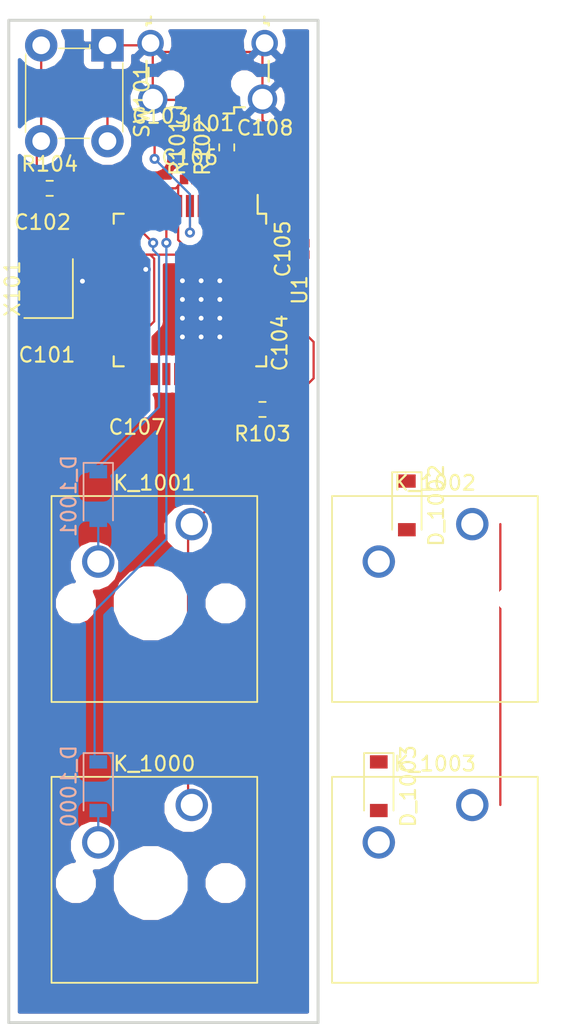
<source format=kicad_pcb>
(kicad_pcb (version 20171130) (host pcbnew 5.0.2)

  (general
    (thickness 1.6)
    (drawings 4)
    (tracks 175)
    (zones 0)
    (modules 24)
    (nets 44)
  )

  (page A3)
  (layers
    (0 F.Cu signal)
    (31 B.Cu signal)
    (32 B.Adhes user)
    (33 F.Adhes user)
    (34 B.Paste user)
    (35 F.Paste user)
    (36 B.SilkS user)
    (37 F.SilkS user)
    (38 B.Mask user)
    (39 F.Mask user)
    (40 Dwgs.User user)
    (41 Cmts.User user)
    (42 Eco1.User user)
    (43 Eco2.User user)
    (44 Edge.Cuts user)
    (45 Margin user)
    (46 B.CrtYd user)
    (47 F.CrtYd user)
    (48 B.Fab user hide)
    (49 F.Fab user hide)
  )

  (setup
    (last_trace_width 0.1524)
    (trace_clearance 0.1524)
    (zone_clearance 0.508)
    (zone_45_only no)
    (trace_min 0.1524)
    (segment_width 0.2)
    (edge_width 0.15)
    (via_size 0.6858)
    (via_drill 0.3302)
    (via_min_size 0.6858)
    (via_min_drill 0.3302)
    (uvia_size 0.6858)
    (uvia_drill 0.3302)
    (uvias_allowed no)
    (uvia_min_size 0.2)
    (uvia_min_drill 0.1)
    (pcb_text_width 0.3)
    (pcb_text_size 1.5 1.5)
    (mod_edge_width 0.15)
    (mod_text_size 1 1)
    (mod_text_width 0.15)
    (pad_size 1.016 1.25)
    (pad_drill 0.55)
    (pad_to_mask_clearance 0.2)
    (solder_mask_min_width 0.25)
    (aux_axis_origin 0 0)
    (grid_origin 71.75 40)
    (visible_elements FFFFFF7F)
    (pcbplotparams
      (layerselection 0x010f0_ffffffff)
      (usegerberextensions true)
      (usegerberattributes false)
      (usegerberadvancedattributes false)
      (creategerberjobfile false)
      (excludeedgelayer true)
      (linewidth 0.100000)
      (plotframeref false)
      (viasonmask false)
      (mode 1)
      (useauxorigin false)
      (hpglpennumber 1)
      (hpglpenspeed 20)
      (hpglpendiameter 15.000000)
      (psnegative false)
      (psa4output false)
      (plotreference true)
      (plotvalue true)
      (plotinvisibletext false)
      (padsonsilk false)
      (subtractmaskfromsilk false)
      (outputformat 1)
      (mirror false)
      (drillshape 0)
      (scaleselection 1)
      (outputdirectory "gerbers/"))
  )

  (net 0 "")
  (net 1 /row0)
  (net 2 /row1)
  (net 3 /col1)
  (net 4 /col0)
  (net 5 GND)
  (net 6 VCC)
  (net 7 "Net-(D_1000-Pad2)")
  (net 8 "Net-(D_1001-Pad2)")
  (net 9 "Net-(R104-Pad1)")
  (net 10 "Net-(R103-Pad2)")
  (net 11 "Net-(U1-Pad36)")
  (net 12 /xtal2)
  (net 13 /xtal1)
  (net 14 /D-)
  (net 15 /D+)
  (net 16 /Du-)
  (net 17 /Du+)
  (net 18 /Ucap)
  (net 19 "Net-(J101-Pad4)")
  (net 20 "Net-(U1-Pad1)")
  (net 21 "Net-(J101-Pad1)")
  (net 22 "Net-(U1-Pad9)")
  (net 23 "Net-(U1-Pad10)")
  (net 24 "Net-(U1-Pad11)")
  (net 25 "Net-(U1-Pad18)")
  (net 26 "Net-(U1-Pad19)")
  (net 27 "Net-(U1-Pad20)")
  (net 28 "Net-(U1-Pad22)")
  (net 29 "Net-(U1-Pad25)")
  (net 30 "Net-(U1-Pad26)")
  (net 31 "Net-(U1-Pad27)")
  (net 32 "Net-(U1-Pad28)")
  (net 33 "Net-(U1-Pad29)")
  (net 34 "Net-(U1-Pad32)")
  (net 35 "Net-(U1-Pad37)")
  (net 36 "Net-(U1-Pad38)")
  (net 37 "Net-(U1-Pad39)")
  (net 38 "Net-(U1-Pad40)")
  (net 39 "Net-(U1-Pad41)")
  (net 40 "Net-(U1-Pad42)")
  (net 41 "Net-(D_1002-Pad2)")
  (net 42 "Net-(D_1003-Pad2)")
  (net 43 "Net-(U1-Pad21)")

  (net_class Default "This is the default net class."
    (clearance 0.1524)
    (trace_width 0.1524)
    (via_dia 0.6858)
    (via_drill 0.3302)
    (uvia_dia 0.6858)
    (uvia_drill 0.3302)
    (diff_pair_gap 0.1524)
    (diff_pair_width 0.1524)
    (add_net /D+)
    (add_net /D-)
    (add_net /Du+)
    (add_net /Du-)
    (add_net /Ucap)
    (add_net /col0)
    (add_net /col1)
    (add_net /row0)
    (add_net /row1)
    (add_net /xtal1)
    (add_net /xtal2)
    (add_net GND)
    (add_net "Net-(D_1000-Pad2)")
    (add_net "Net-(D_1001-Pad2)")
    (add_net "Net-(D_1002-Pad2)")
    (add_net "Net-(D_1003-Pad2)")
    (add_net "Net-(J101-Pad1)")
    (add_net "Net-(J101-Pad4)")
    (add_net "Net-(R103-Pad2)")
    (add_net "Net-(R104-Pad1)")
    (add_net "Net-(U1-Pad1)")
    (add_net "Net-(U1-Pad10)")
    (add_net "Net-(U1-Pad11)")
    (add_net "Net-(U1-Pad18)")
    (add_net "Net-(U1-Pad19)")
    (add_net "Net-(U1-Pad20)")
    (add_net "Net-(U1-Pad21)")
    (add_net "Net-(U1-Pad22)")
    (add_net "Net-(U1-Pad25)")
    (add_net "Net-(U1-Pad26)")
    (add_net "Net-(U1-Pad27)")
    (add_net "Net-(U1-Pad28)")
    (add_net "Net-(U1-Pad29)")
    (add_net "Net-(U1-Pad32)")
    (add_net "Net-(U1-Pad36)")
    (add_net "Net-(U1-Pad37)")
    (add_net "Net-(U1-Pad38)")
    (add_net "Net-(U1-Pad39)")
    (add_net "Net-(U1-Pad40)")
    (add_net "Net-(U1-Pad41)")
    (add_net "Net-(U1-Pad42)")
    (add_net "Net-(U1-Pad9)")
    (add_net VCC)
  )

  (module Diode_SMD:D_SOD-123 (layer F.Cu) (tedit 58645DC7) (tstamp 5C87C10B)
    (at 57.78 107.31 270)
    (descr SOD-123)
    (tags SOD-123)
    (path /5C746C02)
    (attr smd)
    (fp_text reference D_1002 (at 0 -2 270) (layer F.SilkS)
      (effects (font (size 1 1) (thickness 0.15)))
    )
    (fp_text value D (at 0 2.1 270) (layer F.Fab)
      (effects (font (size 1 1) (thickness 0.15)))
    )
    (fp_text user %R (at 0 -2 270) (layer F.Fab)
      (effects (font (size 1 1) (thickness 0.15)))
    )
    (fp_line (start -2.25 -1) (end -2.25 1) (layer F.SilkS) (width 0.12))
    (fp_line (start 0.25 0) (end 0.75 0) (layer F.Fab) (width 0.1))
    (fp_line (start 0.25 0.4) (end -0.35 0) (layer F.Fab) (width 0.1))
    (fp_line (start 0.25 -0.4) (end 0.25 0.4) (layer F.Fab) (width 0.1))
    (fp_line (start -0.35 0) (end 0.25 -0.4) (layer F.Fab) (width 0.1))
    (fp_line (start -0.35 0) (end -0.35 0.55) (layer F.Fab) (width 0.1))
    (fp_line (start -0.35 0) (end -0.35 -0.55) (layer F.Fab) (width 0.1))
    (fp_line (start -0.75 0) (end -0.35 0) (layer F.Fab) (width 0.1))
    (fp_line (start -1.4 0.9) (end -1.4 -0.9) (layer F.Fab) (width 0.1))
    (fp_line (start 1.4 0.9) (end -1.4 0.9) (layer F.Fab) (width 0.1))
    (fp_line (start 1.4 -0.9) (end 1.4 0.9) (layer F.Fab) (width 0.1))
    (fp_line (start -1.4 -0.9) (end 1.4 -0.9) (layer F.Fab) (width 0.1))
    (fp_line (start -2.35 -1.15) (end 2.35 -1.15) (layer F.CrtYd) (width 0.05))
    (fp_line (start 2.35 -1.15) (end 2.35 1.15) (layer F.CrtYd) (width 0.05))
    (fp_line (start 2.35 1.15) (end -2.35 1.15) (layer F.CrtYd) (width 0.05))
    (fp_line (start -2.35 -1.15) (end -2.35 1.15) (layer F.CrtYd) (width 0.05))
    (fp_line (start -2.25 1) (end 1.65 1) (layer F.SilkS) (width 0.12))
    (fp_line (start -2.25 -1) (end 1.65 -1) (layer F.SilkS) (width 0.12))
    (pad 1 smd rect (at -1.65 0 270) (size 0.9 1.2) (layers F.Cu F.Paste F.Mask)
      (net 2 /row1))
    (pad 2 smd rect (at 1.65 0 270) (size 0.9 1.2) (layers F.Cu F.Paste F.Mask)
      (net 41 "Net-(D_1002-Pad2)"))
    (model ${KISYS3DMOD}/Diode_SMD.3dshapes/D_SOD-123.wrl
      (at (xyz 0 0 0))
      (scale (xyz 1 1 1))
      (rotate (xyz 0 0 0))
    )
  )

  (module Button_Switch_Keyboard:SW_Cherry_MX1A_1.00u_PCB (layer F.Cu) (tedit 5A02FE24) (tstamp 5C87C2D9)
    (at 62.225 127.63)
    (descr "Cherry MX keyswitch, MX1A, 1.00u, PCB mount, http://cherryamericas.com/wp-content/uploads/2014/12/mx_cat.pdf")
    (tags "cherry mx keyswitch MX1A 1.00u PCB")
    (path /5C746C0A)
    (fp_text reference K_1003 (at -2.54 -2.794) (layer F.SilkS)
      (effects (font (size 1 1) (thickness 0.15)))
    )
    (fp_text value KEYSW (at -2.54 12.954) (layer F.Fab)
      (effects (font (size 1 1) (thickness 0.15)))
    )
    (fp_line (start -9.525 12.065) (end -9.525 -1.905) (layer F.SilkS) (width 0.12))
    (fp_line (start 4.445 12.065) (end -9.525 12.065) (layer F.SilkS) (width 0.12))
    (fp_line (start 4.445 -1.905) (end 4.445 12.065) (layer F.SilkS) (width 0.12))
    (fp_line (start -9.525 -1.905) (end 4.445 -1.905) (layer F.SilkS) (width 0.12))
    (fp_line (start -12.065 14.605) (end -12.065 -4.445) (layer Dwgs.User) (width 0.15))
    (fp_line (start 6.985 14.605) (end -12.065 14.605) (layer Dwgs.User) (width 0.15))
    (fp_line (start 6.985 -4.445) (end 6.985 14.605) (layer Dwgs.User) (width 0.15))
    (fp_line (start -12.065 -4.445) (end 6.985 -4.445) (layer Dwgs.User) (width 0.15))
    (fp_line (start -9.14 -1.52) (end 4.06 -1.52) (layer F.CrtYd) (width 0.05))
    (fp_line (start 4.06 -1.52) (end 4.06 11.68) (layer F.CrtYd) (width 0.05))
    (fp_line (start 4.06 11.68) (end -9.14 11.68) (layer F.CrtYd) (width 0.05))
    (fp_line (start -9.14 11.68) (end -9.14 -1.52) (layer F.CrtYd) (width 0.05))
    (fp_line (start -8.89 11.43) (end -8.89 -1.27) (layer F.Fab) (width 0.15))
    (fp_line (start 3.81 11.43) (end -8.89 11.43) (layer F.Fab) (width 0.15))
    (fp_line (start 3.81 -1.27) (end 3.81 11.43) (layer F.Fab) (width 0.15))
    (fp_line (start -8.89 -1.27) (end 3.81 -1.27) (layer F.Fab) (width 0.15))
    (fp_text user %R (at -2.54 -2.794) (layer F.Fab)
      (effects (font (size 1 1) (thickness 0.15)))
    )
    (pad "" np_thru_hole circle (at 2.54 5.08) (size 1.7 1.7) (drill 1.7) (layers *.Cu *.Mask))
    (pad "" np_thru_hole circle (at -7.62 5.08) (size 1.7 1.7) (drill 1.7) (layers *.Cu *.Mask))
    (pad "" np_thru_hole circle (at -2.54 5.08) (size 4 4) (drill 4) (layers *.Cu *.Mask))
    (pad 2 thru_hole circle (at -6.35 2.54) (size 2.2 2.2) (drill 1.5) (layers *.Cu *.Mask)
      (net 42 "Net-(D_1003-Pad2)"))
    (pad 1 thru_hole circle (at 0 0) (size 2.2 2.2) (drill 1.5) (layers *.Cu *.Mask)
      (net 3 /col1))
    (model ${KISYS3DMOD}/Button_Switch_Keyboard.3dshapes/SW_Cherry_MX1A_1.00u_PCB.wrl
      (at (xyz 0 0 0))
      (scale (xyz 1 1 1))
      (rotate (xyz 0 0 0))
    )
  )

  (module Button_Switch_Keyboard:SW_Cherry_MX1A_1.00u_PCB (layer F.Cu) (tedit 5A02FE24) (tstamp 5C87C2BF)
    (at 62.225 108.58)
    (descr "Cherry MX keyswitch, MX1A, 1.00u, PCB mount, http://cherryamericas.com/wp-content/uploads/2014/12/mx_cat.pdf")
    (tags "cherry mx keyswitch MX1A 1.00u PCB")
    (path /5C746BFB)
    (fp_text reference K_1002 (at -2.54 -2.794) (layer F.SilkS)
      (effects (font (size 1 1) (thickness 0.15)))
    )
    (fp_text value KEYSW (at -2.54 12.954) (layer F.Fab)
      (effects (font (size 1 1) (thickness 0.15)))
    )
    (fp_text user %R (at -2.54 -2.794) (layer F.Fab)
      (effects (font (size 1 1) (thickness 0.15)))
    )
    (fp_line (start -8.89 -1.27) (end 3.81 -1.27) (layer F.Fab) (width 0.15))
    (fp_line (start 3.81 -1.27) (end 3.81 11.43) (layer F.Fab) (width 0.15))
    (fp_line (start 3.81 11.43) (end -8.89 11.43) (layer F.Fab) (width 0.15))
    (fp_line (start -8.89 11.43) (end -8.89 -1.27) (layer F.Fab) (width 0.15))
    (fp_line (start -9.14 11.68) (end -9.14 -1.52) (layer F.CrtYd) (width 0.05))
    (fp_line (start 4.06 11.68) (end -9.14 11.68) (layer F.CrtYd) (width 0.05))
    (fp_line (start 4.06 -1.52) (end 4.06 11.68) (layer F.CrtYd) (width 0.05))
    (fp_line (start -9.14 -1.52) (end 4.06 -1.52) (layer F.CrtYd) (width 0.05))
    (fp_line (start -12.065 -4.445) (end 6.985 -4.445) (layer Dwgs.User) (width 0.15))
    (fp_line (start 6.985 -4.445) (end 6.985 14.605) (layer Dwgs.User) (width 0.15))
    (fp_line (start 6.985 14.605) (end -12.065 14.605) (layer Dwgs.User) (width 0.15))
    (fp_line (start -12.065 14.605) (end -12.065 -4.445) (layer Dwgs.User) (width 0.15))
    (fp_line (start -9.525 -1.905) (end 4.445 -1.905) (layer F.SilkS) (width 0.12))
    (fp_line (start 4.445 -1.905) (end 4.445 12.065) (layer F.SilkS) (width 0.12))
    (fp_line (start 4.445 12.065) (end -9.525 12.065) (layer F.SilkS) (width 0.12))
    (fp_line (start -9.525 12.065) (end -9.525 -1.905) (layer F.SilkS) (width 0.12))
    (pad 1 thru_hole circle (at 0 0) (size 2.2 2.2) (drill 1.5) (layers *.Cu *.Mask)
      (net 3 /col1))
    (pad 2 thru_hole circle (at -6.35 2.54) (size 2.2 2.2) (drill 1.5) (layers *.Cu *.Mask)
      (net 41 "Net-(D_1002-Pad2)"))
    (pad "" np_thru_hole circle (at -2.54 5.08) (size 4 4) (drill 4) (layers *.Cu *.Mask))
    (pad "" np_thru_hole circle (at -7.62 5.08) (size 1.7 1.7) (drill 1.7) (layers *.Cu *.Mask))
    (pad "" np_thru_hole circle (at 2.54 5.08) (size 1.7 1.7) (drill 1.7) (layers *.Cu *.Mask))
    (model ${KISYS3DMOD}/Button_Switch_Keyboard.3dshapes/SW_Cherry_MX1A_1.00u_PCB.wrl
      (at (xyz 0 0 0))
      (scale (xyz 1 1 1))
      (rotate (xyz 0 0 0))
    )
  )

  (module Button_Switch_Keyboard:SW_Cherry_MX1A_1.00u_PCB (layer F.Cu) (tedit 5A02FE24) (tstamp 5C87C28D)
    (at 43.175 108.58)
    (descr "Cherry MX keyswitch, MX1A, 1.00u, PCB mount, http://cherryamericas.com/wp-content/uploads/2014/12/mx_cat.pdf")
    (tags "cherry mx keyswitch MX1A 1.00u PCB")
    (path /5AA598B3)
    (fp_text reference K_1001 (at -2.54 -2.794) (layer F.SilkS)
      (effects (font (size 1 1) (thickness 0.15)))
    )
    (fp_text value KEYSW (at -2.54 12.954) (layer F.Fab)
      (effects (font (size 1 1) (thickness 0.15)))
    )
    (fp_line (start -9.525 12.065) (end -9.525 -1.905) (layer F.SilkS) (width 0.12))
    (fp_line (start 4.445 12.065) (end -9.525 12.065) (layer F.SilkS) (width 0.12))
    (fp_line (start 4.445 -1.905) (end 4.445 12.065) (layer F.SilkS) (width 0.12))
    (fp_line (start -9.525 -1.905) (end 4.445 -1.905) (layer F.SilkS) (width 0.12))
    (fp_line (start -12.065 14.605) (end -12.065 -4.445) (layer Dwgs.User) (width 0.15))
    (fp_line (start 6.985 14.605) (end -12.065 14.605) (layer Dwgs.User) (width 0.15))
    (fp_line (start 6.985 -4.445) (end 6.985 14.605) (layer Dwgs.User) (width 0.15))
    (fp_line (start -12.065 -4.445) (end 6.985 -4.445) (layer Dwgs.User) (width 0.15))
    (fp_line (start -9.14 -1.52) (end 4.06 -1.52) (layer F.CrtYd) (width 0.05))
    (fp_line (start 4.06 -1.52) (end 4.06 11.68) (layer F.CrtYd) (width 0.05))
    (fp_line (start 4.06 11.68) (end -9.14 11.68) (layer F.CrtYd) (width 0.05))
    (fp_line (start -9.14 11.68) (end -9.14 -1.52) (layer F.CrtYd) (width 0.05))
    (fp_line (start -8.89 11.43) (end -8.89 -1.27) (layer F.Fab) (width 0.15))
    (fp_line (start 3.81 11.43) (end -8.89 11.43) (layer F.Fab) (width 0.15))
    (fp_line (start 3.81 -1.27) (end 3.81 11.43) (layer F.Fab) (width 0.15))
    (fp_line (start -8.89 -1.27) (end 3.81 -1.27) (layer F.Fab) (width 0.15))
    (fp_text user %R (at -2.54 -2.794) (layer F.Fab)
      (effects (font (size 1 1) (thickness 0.15)))
    )
    (pad "" np_thru_hole circle (at 2.54 5.08) (size 1.7 1.7) (drill 1.7) (layers *.Cu *.Mask))
    (pad "" np_thru_hole circle (at -7.62 5.08) (size 1.7 1.7) (drill 1.7) (layers *.Cu *.Mask))
    (pad "" np_thru_hole circle (at -2.54 5.08) (size 4 4) (drill 4) (layers *.Cu *.Mask))
    (pad 2 thru_hole circle (at -6.35 2.54) (size 2.2 2.2) (drill 1.5) (layers *.Cu *.Mask)
      (net 8 "Net-(D_1001-Pad2)"))
    (pad 1 thru_hole circle (at 0 0) (size 2.2 2.2) (drill 1.5) (layers *.Cu *.Mask)
      (net 4 /col0))
    (model ${KISYS3DMOD}/Button_Switch_Keyboard.3dshapes/SW_Cherry_MX1A_1.00u_PCB.wrl
      (at (xyz 0 0 0))
      (scale (xyz 1 1 1))
      (rotate (xyz 0 0 0))
    )
  )

  (module Button_Switch_Keyboard:SW_Cherry_MX1A_1.00u_PCB (layer F.Cu) (tedit 5A02FE24) (tstamp 5C87C274)
    (at 43.175 127.63)
    (descr "Cherry MX keyswitch, MX1A, 1.00u, PCB mount, http://cherryamericas.com/wp-content/uploads/2014/12/mx_cat.pdf")
    (tags "cherry mx keyswitch MX1A 1.00u PCB")
    (path /5AA59B0B)
    (fp_text reference K_1000 (at -2.54 -2.794) (layer F.SilkS)
      (effects (font (size 1 1) (thickness 0.15)))
    )
    (fp_text value KEYSW (at -2.54 12.954) (layer F.Fab)
      (effects (font (size 1 1) (thickness 0.15)))
    )
    (fp_text user %R (at -2.54 -2.794) (layer F.Fab)
      (effects (font (size 1 1) (thickness 0.15)))
    )
    (fp_line (start -8.89 -1.27) (end 3.81 -1.27) (layer F.Fab) (width 0.15))
    (fp_line (start 3.81 -1.27) (end 3.81 11.43) (layer F.Fab) (width 0.15))
    (fp_line (start 3.81 11.43) (end -8.89 11.43) (layer F.Fab) (width 0.15))
    (fp_line (start -8.89 11.43) (end -8.89 -1.27) (layer F.Fab) (width 0.15))
    (fp_line (start -9.14 11.68) (end -9.14 -1.52) (layer F.CrtYd) (width 0.05))
    (fp_line (start 4.06 11.68) (end -9.14 11.68) (layer F.CrtYd) (width 0.05))
    (fp_line (start 4.06 -1.52) (end 4.06 11.68) (layer F.CrtYd) (width 0.05))
    (fp_line (start -9.14 -1.52) (end 4.06 -1.52) (layer F.CrtYd) (width 0.05))
    (fp_line (start -12.065 -4.445) (end 6.985 -4.445) (layer Dwgs.User) (width 0.15))
    (fp_line (start 6.985 -4.445) (end 6.985 14.605) (layer Dwgs.User) (width 0.15))
    (fp_line (start 6.985 14.605) (end -12.065 14.605) (layer Dwgs.User) (width 0.15))
    (fp_line (start -12.065 14.605) (end -12.065 -4.445) (layer Dwgs.User) (width 0.15))
    (fp_line (start -9.525 -1.905) (end 4.445 -1.905) (layer F.SilkS) (width 0.12))
    (fp_line (start 4.445 -1.905) (end 4.445 12.065) (layer F.SilkS) (width 0.12))
    (fp_line (start 4.445 12.065) (end -9.525 12.065) (layer F.SilkS) (width 0.12))
    (fp_line (start -9.525 12.065) (end -9.525 -1.905) (layer F.SilkS) (width 0.12))
    (pad 1 thru_hole circle (at 0 0) (size 2.2 2.2) (drill 1.5) (layers *.Cu *.Mask)
      (net 4 /col0))
    (pad 2 thru_hole circle (at -6.35 2.54) (size 2.2 2.2) (drill 1.5) (layers *.Cu *.Mask)
      (net 7 "Net-(D_1000-Pad2)"))
    (pad "" np_thru_hole circle (at -2.54 5.08) (size 4 4) (drill 4) (layers *.Cu *.Mask))
    (pad "" np_thru_hole circle (at -7.62 5.08) (size 1.7 1.7) (drill 1.7) (layers *.Cu *.Mask))
    (pad "" np_thru_hole circle (at 2.54 5.08) (size 1.7 1.7) (drill 1.7) (layers *.Cu *.Mask))
    (model ${KISYS3DMOD}/Button_Switch_Keyboard.3dshapes/SW_Cherry_MX1A_1.00u_PCB.wrl
      (at (xyz 0 0 0))
      (scale (xyz 1 1 1))
      (rotate (xyz 0 0 0))
    )
  )

  (module Crystal:Crystal_SMD_3225-4Pin_3.2x2.5mm (layer F.Cu) (tedit 5A0FD1B2) (tstamp 5C87C125)
    (at 33.45 92.6 90)
    (descr "SMD Crystal SERIES SMD3225/4 http://www.txccrystal.com/images/pdf/7m-accuracy.pdf, 3.2x2.5mm^2 package")
    (tags "SMD SMT crystal")
    (path /5B4FFE79)
    (attr smd)
    (fp_text reference X101 (at 0 -2.45 90) (layer F.SilkS)
      (effects (font (size 1 1) (thickness 0.15)))
    )
    (fp_text value Crystal (at 0 2.45 90) (layer F.Fab)
      (effects (font (size 1 1) (thickness 0.15)))
    )
    (fp_text user %R (at 0 0 90) (layer F.Fab)
      (effects (font (size 0.7 0.7) (thickness 0.105)))
    )
    (fp_line (start -1.6 -1.25) (end -1.6 1.25) (layer F.Fab) (width 0.1))
    (fp_line (start -1.6 1.25) (end 1.6 1.25) (layer F.Fab) (width 0.1))
    (fp_line (start 1.6 1.25) (end 1.6 -1.25) (layer F.Fab) (width 0.1))
    (fp_line (start 1.6 -1.25) (end -1.6 -1.25) (layer F.Fab) (width 0.1))
    (fp_line (start -1.6 0.25) (end -0.6 1.25) (layer F.Fab) (width 0.1))
    (fp_line (start -2 -1.65) (end -2 1.65) (layer F.SilkS) (width 0.12))
    (fp_line (start -2 1.65) (end 2 1.65) (layer F.SilkS) (width 0.12))
    (fp_line (start -2.1 -1.7) (end -2.1 1.7) (layer F.CrtYd) (width 0.05))
    (fp_line (start -2.1 1.7) (end 2.1 1.7) (layer F.CrtYd) (width 0.05))
    (fp_line (start 2.1 1.7) (end 2.1 -1.7) (layer F.CrtYd) (width 0.05))
    (fp_line (start 2.1 -1.7) (end -2.1 -1.7) (layer F.CrtYd) (width 0.05))
    (pad 1 smd rect (at -1.1 0.85 90) (size 1.4 1.2) (layers F.Cu F.Paste F.Mask)
      (net 13 /xtal1))
    (pad 2 smd rect (at 1.1 0.85 90) (size 1.4 1.2) (layers F.Cu F.Paste F.Mask)
      (net 5 GND))
    (pad 3 smd rect (at 1.1 -0.85 90) (size 1.4 1.2) (layers F.Cu F.Paste F.Mask)
      (net 12 /xtal2))
    (pad 4 smd rect (at -1.1 -0.85 90) (size 1.4 1.2) (layers F.Cu F.Paste F.Mask)
      (net 5 GND))
    (model ${KISYS3DMOD}/Crystal.3dshapes/Crystal_SMD_3225-4Pin_3.2x2.5mm.wrl
      (at (xyz 0 0 0))
      (scale (xyz 1 1 1))
      (rotate (xyz 0 0 0))
    )
  )

  (module Diode_SMD:D_SOD-123 (layer F.Cu) (tedit 58645DC7) (tstamp 5C87C124)
    (at 55.875 126.36 270)
    (descr SOD-123)
    (tags SOD-123)
    (path /5C746C11)
    (attr smd)
    (fp_text reference D_1003 (at 0 -2 270) (layer F.SilkS)
      (effects (font (size 1 1) (thickness 0.15)))
    )
    (fp_text value D (at 0 2.1 270) (layer F.Fab)
      (effects (font (size 1 1) (thickness 0.15)))
    )
    (fp_line (start -2.25 -1) (end 1.65 -1) (layer F.SilkS) (width 0.12))
    (fp_line (start -2.25 1) (end 1.65 1) (layer F.SilkS) (width 0.12))
    (fp_line (start -2.35 -1.15) (end -2.35 1.15) (layer F.CrtYd) (width 0.05))
    (fp_line (start 2.35 1.15) (end -2.35 1.15) (layer F.CrtYd) (width 0.05))
    (fp_line (start 2.35 -1.15) (end 2.35 1.15) (layer F.CrtYd) (width 0.05))
    (fp_line (start -2.35 -1.15) (end 2.35 -1.15) (layer F.CrtYd) (width 0.05))
    (fp_line (start -1.4 -0.9) (end 1.4 -0.9) (layer F.Fab) (width 0.1))
    (fp_line (start 1.4 -0.9) (end 1.4 0.9) (layer F.Fab) (width 0.1))
    (fp_line (start 1.4 0.9) (end -1.4 0.9) (layer F.Fab) (width 0.1))
    (fp_line (start -1.4 0.9) (end -1.4 -0.9) (layer F.Fab) (width 0.1))
    (fp_line (start -0.75 0) (end -0.35 0) (layer F.Fab) (width 0.1))
    (fp_line (start -0.35 0) (end -0.35 -0.55) (layer F.Fab) (width 0.1))
    (fp_line (start -0.35 0) (end -0.35 0.55) (layer F.Fab) (width 0.1))
    (fp_line (start -0.35 0) (end 0.25 -0.4) (layer F.Fab) (width 0.1))
    (fp_line (start 0.25 -0.4) (end 0.25 0.4) (layer F.Fab) (width 0.1))
    (fp_line (start 0.25 0.4) (end -0.35 0) (layer F.Fab) (width 0.1))
    (fp_line (start 0.25 0) (end 0.75 0) (layer F.Fab) (width 0.1))
    (fp_line (start -2.25 -1) (end -2.25 1) (layer F.SilkS) (width 0.12))
    (fp_text user %R (at 0 -2 270) (layer F.Fab)
      (effects (font (size 1 1) (thickness 0.15)))
    )
    (pad 2 smd rect (at 1.65 0 270) (size 0.9 1.2) (layers F.Cu F.Paste F.Mask)
      (net 42 "Net-(D_1003-Pad2)"))
    (pad 1 smd rect (at -1.65 0 270) (size 0.9 1.2) (layers F.Cu F.Paste F.Mask)
      (net 1 /row0))
    (model ${KISYS3DMOD}/Diode_SMD.3dshapes/D_SOD-123.wrl
      (at (xyz 0 0 0))
      (scale (xyz 1 1 1))
      (rotate (xyz 0 0 0))
    )
  )

  (module Diode_SMD:D_SOD-123 (layer B.Cu) (tedit 58645DC7) (tstamp 5C87C0DB)
    (at 36.825 106.675 270)
    (descr SOD-123)
    (tags SOD-123)
    (path /5AA598BA)
    (attr smd)
    (fp_text reference D_1001 (at 0 2 270) (layer B.SilkS)
      (effects (font (size 1 1) (thickness 0.15)) (justify mirror))
    )
    (fp_text value D (at 0 -2.1 270) (layer B.Fab)
      (effects (font (size 1 1) (thickness 0.15)) (justify mirror))
    )
    (fp_line (start -2.25 1) (end 1.65 1) (layer B.SilkS) (width 0.12))
    (fp_line (start -2.25 -1) (end 1.65 -1) (layer B.SilkS) (width 0.12))
    (fp_line (start -2.35 1.15) (end -2.35 -1.15) (layer B.CrtYd) (width 0.05))
    (fp_line (start 2.35 -1.15) (end -2.35 -1.15) (layer B.CrtYd) (width 0.05))
    (fp_line (start 2.35 1.15) (end 2.35 -1.15) (layer B.CrtYd) (width 0.05))
    (fp_line (start -2.35 1.15) (end 2.35 1.15) (layer B.CrtYd) (width 0.05))
    (fp_line (start -1.4 0.9) (end 1.4 0.9) (layer B.Fab) (width 0.1))
    (fp_line (start 1.4 0.9) (end 1.4 -0.9) (layer B.Fab) (width 0.1))
    (fp_line (start 1.4 -0.9) (end -1.4 -0.9) (layer B.Fab) (width 0.1))
    (fp_line (start -1.4 -0.9) (end -1.4 0.9) (layer B.Fab) (width 0.1))
    (fp_line (start -0.75 0) (end -0.35 0) (layer B.Fab) (width 0.1))
    (fp_line (start -0.35 0) (end -0.35 0.55) (layer B.Fab) (width 0.1))
    (fp_line (start -0.35 0) (end -0.35 -0.55) (layer B.Fab) (width 0.1))
    (fp_line (start -0.35 0) (end 0.25 0.4) (layer B.Fab) (width 0.1))
    (fp_line (start 0.25 0.4) (end 0.25 -0.4) (layer B.Fab) (width 0.1))
    (fp_line (start 0.25 -0.4) (end -0.35 0) (layer B.Fab) (width 0.1))
    (fp_line (start 0.25 0) (end 0.75 0) (layer B.Fab) (width 0.1))
    (fp_line (start -2.25 1) (end -2.25 -1) (layer B.SilkS) (width 0.12))
    (fp_text user %R (at 0 2 270) (layer B.Fab)
      (effects (font (size 1 1) (thickness 0.15)) (justify mirror))
    )
    (pad 2 smd rect (at 1.65 0 270) (size 0.9 1.2) (layers B.Cu B.Paste B.Mask)
      (net 8 "Net-(D_1001-Pad2)"))
    (pad 1 smd rect (at -1.65 0 270) (size 0.9 1.2) (layers B.Cu B.Paste B.Mask)
      (net 2 /row1))
    (model ${KISYS3DMOD}/Diode_SMD.3dshapes/D_SOD-123.wrl
      (at (xyz 0 0 0))
      (scale (xyz 1 1 1))
      (rotate (xyz 0 0 0))
    )
  )

  (module Diode_SMD:D_SOD-123 (layer B.Cu) (tedit 58645DC7) (tstamp 5C87C0C3)
    (at 36.825 126.36 270)
    (descr SOD-123)
    (tags SOD-123)
    (path /5AA59B12)
    (attr smd)
    (fp_text reference D_1000 (at 0 2 270) (layer B.SilkS)
      (effects (font (size 1 1) (thickness 0.15)) (justify mirror))
    )
    (fp_text value D (at 0 -2.1 270) (layer B.Fab)
      (effects (font (size 1 1) (thickness 0.15)) (justify mirror))
    )
    (fp_text user %R (at 0 2 270) (layer B.Fab)
      (effects (font (size 1 1) (thickness 0.15)) (justify mirror))
    )
    (fp_line (start -2.25 1) (end -2.25 -1) (layer B.SilkS) (width 0.12))
    (fp_line (start 0.25 0) (end 0.75 0) (layer B.Fab) (width 0.1))
    (fp_line (start 0.25 -0.4) (end -0.35 0) (layer B.Fab) (width 0.1))
    (fp_line (start 0.25 0.4) (end 0.25 -0.4) (layer B.Fab) (width 0.1))
    (fp_line (start -0.35 0) (end 0.25 0.4) (layer B.Fab) (width 0.1))
    (fp_line (start -0.35 0) (end -0.35 -0.55) (layer B.Fab) (width 0.1))
    (fp_line (start -0.35 0) (end -0.35 0.55) (layer B.Fab) (width 0.1))
    (fp_line (start -0.75 0) (end -0.35 0) (layer B.Fab) (width 0.1))
    (fp_line (start -1.4 -0.9) (end -1.4 0.9) (layer B.Fab) (width 0.1))
    (fp_line (start 1.4 -0.9) (end -1.4 -0.9) (layer B.Fab) (width 0.1))
    (fp_line (start 1.4 0.9) (end 1.4 -0.9) (layer B.Fab) (width 0.1))
    (fp_line (start -1.4 0.9) (end 1.4 0.9) (layer B.Fab) (width 0.1))
    (fp_line (start -2.35 1.15) (end 2.35 1.15) (layer B.CrtYd) (width 0.05))
    (fp_line (start 2.35 1.15) (end 2.35 -1.15) (layer B.CrtYd) (width 0.05))
    (fp_line (start 2.35 -1.15) (end -2.35 -1.15) (layer B.CrtYd) (width 0.05))
    (fp_line (start -2.35 1.15) (end -2.35 -1.15) (layer B.CrtYd) (width 0.05))
    (fp_line (start -2.25 -1) (end 1.65 -1) (layer B.SilkS) (width 0.12))
    (fp_line (start -2.25 1) (end 1.65 1) (layer B.SilkS) (width 0.12))
    (pad 1 smd rect (at -1.65 0 270) (size 0.9 1.2) (layers B.Cu B.Paste B.Mask)
      (net 1 /row0))
    (pad 2 smd rect (at 1.65 0 270) (size 0.9 1.2) (layers B.Cu B.Paste B.Mask)
      (net 7 "Net-(D_1000-Pad2)"))
    (model ${KISYS3DMOD}/Diode_SMD.3dshapes/D_SOD-123.wrl
      (at (xyz 0 0 0))
      (scale (xyz 1 1 1))
      (rotate (xyz 0 0 0))
    )
  )

  (module Connectors_USB:USB_Micro-B_Wuerth-629105150521_CircularHoles (layer F.Cu) (tedit 59E3D6DD) (tstamp 5BAFD63B)
    (at 44.25 77.9 180)
    (descr "USB Micro-B receptacle, http://www.mouser.com/ds/2/445/629105150521-469306.pdf")
    (tags "usb micro receptacle")
    (path /5B6855D1)
    (attr smd)
    (fp_text reference J101 (at 0 -3.5 180) (layer F.SilkS)
      (effects (font (size 1 1) (thickness 0.15)))
    )
    (fp_text value USB_A (at 0 5.6 180) (layer F.Fab)
      (effects (font (size 1 1) (thickness 0.15)))
    )
    (fp_text user "PCB Edge" (at 0 3.75 180) (layer Dwgs.User)
      (effects (font (size 0.5 0.5) (thickness 0.08)))
    )
    (fp_text user %R (at 0 1.05 180) (layer F.Fab)
      (effects (font (size 1 1) (thickness 0.15)))
    )
    (fp_line (start 5.28 -3.34) (end -5.27 -3.34) (layer F.CrtYd) (width 0.05))
    (fp_line (start 5.28 4.85) (end 5.28 -3.34) (layer F.CrtYd) (width 0.05))
    (fp_line (start -5.27 4.85) (end 5.28 4.85) (layer F.CrtYd) (width 0.05))
    (fp_line (start -5.27 -3.34) (end -5.27 4.85) (layer F.CrtYd) (width 0.05))
    (fp_line (start 1.8 -2.4) (end 2.525 -2.4) (layer F.SilkS) (width 0.15))
    (fp_line (start -1.8 -2.4) (end -2.525 -2.4) (layer F.SilkS) (width 0.15))
    (fp_line (start -1.8 -2.825) (end -1.8 -2.4) (layer F.SilkS) (width 0.15))
    (fp_line (start -1.075 -2.825) (end -1.8 -2.825) (layer F.SilkS) (width 0.15))
    (fp_line (start 4.15 0.75) (end 4.15 -0.65) (layer F.SilkS) (width 0.15))
    (fp_line (start 4.15 3.3) (end 4.15 3.15) (layer F.SilkS) (width 0.15))
    (fp_line (start 3.85 3.3) (end 4.15 3.3) (layer F.SilkS) (width 0.15))
    (fp_line (start 3.85 3.75) (end 3.85 3.3) (layer F.SilkS) (width 0.15))
    (fp_line (start -3.85 3.3) (end -3.85 3.75) (layer F.SilkS) (width 0.15))
    (fp_line (start -4.15 3.3) (end -3.85 3.3) (layer F.SilkS) (width 0.15))
    (fp_line (start -4.15 3.15) (end -4.15 3.3) (layer F.SilkS) (width 0.15))
    (fp_line (start -4.15 -0.65) (end -4.15 0.75) (layer F.SilkS) (width 0.15))
    (fp_line (start -1.075 -2.95) (end -1.075 -2.725) (layer F.Fab) (width 0.15))
    (fp_line (start -1.525 -2.95) (end -1.075 -2.95) (layer F.Fab) (width 0.15))
    (fp_line (start -1.525 -2.725) (end -1.525 -2.95) (layer F.Fab) (width 0.15))
    (fp_line (start -1.3 -2.55) (end -1.525 -2.725) (layer F.Fab) (width 0.15))
    (fp_line (start -1.075 -2.725) (end -1.3 -2.55) (layer F.Fab) (width 0.15))
    (fp_line (start -2.7 3.75) (end 2.7 3.75) (layer F.Fab) (width 0.15))
    (fp_line (start 4 -2.25) (end -4 -2.25) (layer F.Fab) (width 0.15))
    (fp_line (start 4 3.15) (end 4 -2.25) (layer F.Fab) (width 0.15))
    (fp_line (start 3.7 3.15) (end 4 3.15) (layer F.Fab) (width 0.15))
    (fp_line (start 3.7 4.35) (end 3.7 3.15) (layer F.Fab) (width 0.15))
    (fp_line (start -3.7 4.35) (end 3.7 4.35) (layer F.Fab) (width 0.15))
    (fp_line (start -3.7 3.15) (end -3.7 4.35) (layer F.Fab) (width 0.15))
    (fp_line (start -4 3.15) (end -3.7 3.15) (layer F.Fab) (width 0.15))
    (fp_line (start -4 -2.25) (end -4 3.15) (layer F.Fab) (width 0.15))
    (pad "" np_thru_hole circle (at 2.5 -0.8 180) (size 0.8 0.8) (drill 0.8) (layers *.Cu *.Mask))
    (pad "" np_thru_hole circle (at -2.5 -0.8 180) (size 0.8 0.8) (drill 0.8) (layers *.Cu *.Mask))
    (pad 6 thru_hole circle (at 3.875 1.95 180) (size 1.8 1.8) (drill 1.2) (layers *.Cu *.Mask)
      (net 5 GND))
    (pad 6 thru_hole circle (at -3.875 1.95 180) (size 1.8 1.8) (drill 1.2) (layers *.Cu *.Mask)
      (net 5 GND))
    (pad 6 thru_hole circle (at 3.725 -1.85 180) (size 2 2) (drill 1.4) (layers *.Cu *.Mask)
      (net 5 GND))
    (pad 6 thru_hole circle (at -3.725 -1.85 180) (size 2 2) (drill 1.4) (layers *.Cu *.Mask)
      (net 5 GND))
    (pad 5 smd rect (at 1.3 -1.9 180) (size 0.45 1.3) (layers F.Cu F.Paste F.Mask)
      (net 5 GND))
    (pad 4 smd rect (at 0.65 -1.9 180) (size 0.45 1.3) (layers F.Cu F.Paste F.Mask)
      (net 19 "Net-(J101-Pad4)"))
    (pad 3 smd rect (at 0 -1.9 180) (size 0.45 1.3) (layers F.Cu F.Paste F.Mask)
      (net 17 /Du+))
    (pad 2 smd rect (at -0.65 -1.9 180) (size 0.45 1.3) (layers F.Cu F.Paste F.Mask)
      (net 16 /Du-))
    (pad 1 smd rect (at -1.3 -1.9 180) (size 0.45 1.3) (layers F.Cu F.Paste F.Mask)
      (net 21 "Net-(J101-Pad1)"))
    (model ${KISYS3DMOD}/Connectors_USB.3dshapes/USB_Micro-B_Wuerth-629105150521_CircularHoles.wrl
      (at (xyz 0 0 0))
      (scale (xyz 1 1 1))
      (rotate (xyz 0 0 0))
    )
  )

  (module digikey-footprints:Switch_Tactile_THT_6x6mm (layer F.Cu) (tedit 5AF34E1F) (tstamp 5BAE3376)
    (at 37.45 76.1 270)
    (descr http://www.te.com/commerce/DocumentDelivery/DDEController?Action=srchrtrv&DocNm=1825910&DocType=Customer+Drawing&DocLang=English)
    (path /5BB36E8A)
    (fp_text reference SW101 (at 3.81 -2.3368 270) (layer F.SilkS)
      (effects (font (size 1 1) (thickness 0.15)))
    )
    (fp_text value SW_Push (at 3.6322 7.0866 270) (layer F.Fab)
      (effects (font (size 1 1) (thickness 0.15)))
    )
    (fp_line (start 0.2032 1.2004) (end -0.0468 1.2004) (layer F.SilkS) (width 0.1))
    (fp_line (start 5.8928 5.5626) (end 0.6 5.5528) (layer F.SilkS) (width 0.1))
    (fp_line (start 6.3092 1.2048) (end 6.3092 3.3) (layer F.SilkS) (width 0.1))
    (fp_line (start 0.2032 1.1938) (end 0.2032 3.302) (layer F.SilkS) (width 0.1))
    (fp_line (start 1.2 -1.0414) (end 5.8674 -1.0414) (layer F.SilkS) (width 0.1))
    (fp_line (start -1.35 -1.35) (end -1.35 5.85) (layer F.CrtYd) (width 0.05))
    (fp_line (start 7.85 -1.35) (end -1.35 -1.35) (layer F.CrtYd) (width 0.05))
    (fp_line (start 7.85 5.85) (end -1.35 5.85) (layer F.CrtYd) (width 0.05))
    (fp_line (start 7.85 -1.35) (end 7.85 5.85) (layer F.CrtYd) (width 0.05))
    (fp_text user %R (at 3.3782 2.286 270) (layer F.Fab)
      (effects (font (size 1 1) (thickness 0.15)))
    )
    (fp_line (start 0.25 -1) (end 0.25 5.5) (layer F.Fab) (width 0.1))
    (fp_line (start 6.25 5.5) (end 0.25 5.5) (layer F.Fab) (width 0.1))
    (fp_line (start 6.25 -1) (end 6.25 5.5) (layer F.Fab) (width 0.1))
    (fp_line (start 0.25 -1) (end 6.25 -1) (layer F.Fab) (width 0.1))
    (pad 1 thru_hole rect (at 0 0 270) (size 2.2 2.2) (drill 1.2) (layers *.Cu *.Mask)
      (net 5 GND))
    (pad 2 thru_hole circle (at 6.5 0 270) (size 2.2 2.2) (drill 1.2) (layers *.Cu *.Mask)
      (net 9 "Net-(R104-Pad1)"))
    (pad 4 thru_hole circle (at 6.5 4.5 270) (size 2.2 2.2) (drill 1.2) (layers *.Cu *.Mask))
    (pad 3 thru_hole circle (at 0 4.5 270) (size 2.2 2.2) (drill 1.2) (layers *.Cu *.Mask))
  )

  (module Capacitor_SMD:C_0402_1005Metric (layer F.Cu) (tedit 5A002D62) (tstamp 5B98569B)
    (at 33.0375 89.6)
    (descr "Capacitor SMD 0402 (1005 Metric), square (rectangular) end terminal, IPC_7351 nominal, (Body size source: http://www.tortai-tech.com/upload/download/2011102023233369053.pdf), generated with kicad-footprint-generator")
    (tags capacitor)
    (path /5B5AA610)
    (attr smd)
    (fp_text reference C102 (at 0 -1.5) (layer F.SilkS)
      (effects (font (size 1 1) (thickness 0.15)))
    )
    (fp_text value 22p (at 0 1.5) (layer F.Fab)
      (effects (font (size 1 1) (thickness 0.15)))
    )
    (fp_text user %R (at 0 -0.88) (layer F.Fab)
      (effects (font (size 0.5 0.5) (thickness 0.08)))
    )
    (fp_line (start 0.82 0.48) (end -0.82 0.48) (layer F.CrtYd) (width 0.05))
    (fp_line (start 0.82 -0.48) (end 0.82 0.48) (layer F.CrtYd) (width 0.05))
    (fp_line (start -0.82 -0.48) (end 0.82 -0.48) (layer F.CrtYd) (width 0.05))
    (fp_line (start -0.82 0.48) (end -0.82 -0.48) (layer F.CrtYd) (width 0.05))
    (fp_line (start 0.5 0.25) (end -0.5 0.25) (layer F.Fab) (width 0.1))
    (fp_line (start 0.5 -0.25) (end 0.5 0.25) (layer F.Fab) (width 0.1))
    (fp_line (start -0.5 -0.25) (end 0.5 -0.25) (layer F.Fab) (width 0.1))
    (fp_line (start -0.5 0.25) (end -0.5 -0.25) (layer F.Fab) (width 0.1))
    (pad 2 smd rect (at 0.3875 0) (size 0.575 0.65) (layers F.Cu F.Paste F.Mask)
      (net 5 GND))
    (pad 1 smd rect (at -0.3875 0) (size 0.575 0.65) (layers F.Cu F.Paste F.Mask)
      (net 12 /xtal2))
    (model ${KISYS3DMOD}/Capacitor_SMD.3dshapes/C_0402_1005Metric.wrl
      (at (xyz 0 0 0))
      (scale (xyz 1 1 1))
      (rotate (xyz 0 0 0))
    )
  )

  (module Capacitor_SMD:C_0402_1005Metric (layer F.Cu) (tedit 5A002D62) (tstamp 5B98568D)
    (at 41.0375 82.4)
    (descr "Capacitor SMD 0402 (1005 Metric), square (rectangular) end terminal, IPC_7351 nominal, (Body size source: http://www.tortai-tech.com/upload/download/2011102023233369053.pdf), generated with kicad-footprint-generator")
    (tags capacitor)
    (path /5B860D38)
    (attr smd)
    (fp_text reference C103 (at 0 -1.5) (layer F.SilkS)
      (effects (font (size 1 1) (thickness 0.15)))
    )
    (fp_text value 1u (at 0 1.5) (layer F.Fab)
      (effects (font (size 1 1) (thickness 0.15)))
    )
    (fp_line (start -0.5 0.25) (end -0.5 -0.25) (layer F.Fab) (width 0.1))
    (fp_line (start -0.5 -0.25) (end 0.5 -0.25) (layer F.Fab) (width 0.1))
    (fp_line (start 0.5 -0.25) (end 0.5 0.25) (layer F.Fab) (width 0.1))
    (fp_line (start 0.5 0.25) (end -0.5 0.25) (layer F.Fab) (width 0.1))
    (fp_line (start -0.82 0.48) (end -0.82 -0.48) (layer F.CrtYd) (width 0.05))
    (fp_line (start -0.82 -0.48) (end 0.82 -0.48) (layer F.CrtYd) (width 0.05))
    (fp_line (start 0.82 -0.48) (end 0.82 0.48) (layer F.CrtYd) (width 0.05))
    (fp_line (start 0.82 0.48) (end -0.82 0.48) (layer F.CrtYd) (width 0.05))
    (fp_text user %R (at 0 -0.88) (layer F.Fab)
      (effects (font (size 0.5 0.5) (thickness 0.08)))
    )
    (pad 1 smd rect (at -0.3875 0) (size 0.575 0.65) (layers F.Cu F.Paste F.Mask)
      (net 18 /Ucap))
    (pad 2 smd rect (at 0.3875 0) (size 0.575 0.65) (layers F.Cu F.Paste F.Mask)
      (net 5 GND))
    (model ${KISYS3DMOD}/Capacitor_SMD.3dshapes/C_0402_1005Metric.wrl
      (at (xyz 0 0 0))
      (scale (xyz 1 1 1))
      (rotate (xyz 0 0 0))
    )
  )

  (module Capacitor_SMD:C_0402_1005Metric (layer F.Cu) (tedit 5A002D62) (tstamp 5B98567F)
    (at 50.65 96.2875 90)
    (descr "Capacitor SMD 0402 (1005 Metric), square (rectangular) end terminal, IPC_7351 nominal, (Body size source: http://www.tortai-tech.com/upload/download/2011102023233369053.pdf), generated with kicad-footprint-generator")
    (tags capacitor)
    (path /5B92ED0B)
    (attr smd)
    (fp_text reference C104 (at 0 -1.5 90) (layer F.SilkS)
      (effects (font (size 1 1) (thickness 0.15)))
    )
    (fp_text value 0.1u (at 0 1.5 90) (layer F.Fab)
      (effects (font (size 1 1) (thickness 0.15)))
    )
    (fp_text user %R (at 0 -0.88 90) (layer F.Fab)
      (effects (font (size 0.5 0.5) (thickness 0.08)))
    )
    (fp_line (start 0.82 0.48) (end -0.82 0.48) (layer F.CrtYd) (width 0.05))
    (fp_line (start 0.82 -0.48) (end 0.82 0.48) (layer F.CrtYd) (width 0.05))
    (fp_line (start -0.82 -0.48) (end 0.82 -0.48) (layer F.CrtYd) (width 0.05))
    (fp_line (start -0.82 0.48) (end -0.82 -0.48) (layer F.CrtYd) (width 0.05))
    (fp_line (start 0.5 0.25) (end -0.5 0.25) (layer F.Fab) (width 0.1))
    (fp_line (start 0.5 -0.25) (end 0.5 0.25) (layer F.Fab) (width 0.1))
    (fp_line (start -0.5 -0.25) (end 0.5 -0.25) (layer F.Fab) (width 0.1))
    (fp_line (start -0.5 0.25) (end -0.5 -0.25) (layer F.Fab) (width 0.1))
    (pad 2 smd rect (at 0.3875 0 90) (size 0.575 0.65) (layers F.Cu F.Paste F.Mask)
      (net 5 GND))
    (pad 1 smd rect (at -0.3875 0 90) (size 0.575 0.65) (layers F.Cu F.Paste F.Mask)
      (net 6 VCC))
    (model ${KISYS3DMOD}/Capacitor_SMD.3dshapes/C_0402_1005Metric.wrl
      (at (xyz 0 0 0))
      (scale (xyz 1 1 1))
      (rotate (xyz 0 0 0))
    )
  )

  (module Capacitor_SMD:C_0402_1005Metric (layer F.Cu) (tedit 5A002D62) (tstamp 5B985671)
    (at 50.85 89.9125 90)
    (descr "Capacitor SMD 0402 (1005 Metric), square (rectangular) end terminal, IPC_7351 nominal, (Body size source: http://www.tortai-tech.com/upload/download/2011102023233369053.pdf), generated with kicad-footprint-generator")
    (tags capacitor)
    (path /5B92EF85)
    (attr smd)
    (fp_text reference C105 (at 0 -1.5 90) (layer F.SilkS)
      (effects (font (size 1 1) (thickness 0.15)))
    )
    (fp_text value 0.1u (at 0 1.5 90) (layer F.Fab)
      (effects (font (size 1 1) (thickness 0.15)))
    )
    (fp_line (start -0.5 0.25) (end -0.5 -0.25) (layer F.Fab) (width 0.1))
    (fp_line (start -0.5 -0.25) (end 0.5 -0.25) (layer F.Fab) (width 0.1))
    (fp_line (start 0.5 -0.25) (end 0.5 0.25) (layer F.Fab) (width 0.1))
    (fp_line (start 0.5 0.25) (end -0.5 0.25) (layer F.Fab) (width 0.1))
    (fp_line (start -0.82 0.48) (end -0.82 -0.48) (layer F.CrtYd) (width 0.05))
    (fp_line (start -0.82 -0.48) (end 0.82 -0.48) (layer F.CrtYd) (width 0.05))
    (fp_line (start 0.82 -0.48) (end 0.82 0.48) (layer F.CrtYd) (width 0.05))
    (fp_line (start 0.82 0.48) (end -0.82 0.48) (layer F.CrtYd) (width 0.05))
    (fp_text user %R (at 0 -0.88 90) (layer F.Fab)
      (effects (font (size 0.5 0.5) (thickness 0.08)))
    )
    (pad 1 smd rect (at -0.3875 0 90) (size 0.575 0.65) (layers F.Cu F.Paste F.Mask)
      (net 6 VCC))
    (pad 2 smd rect (at 0.3875 0 90) (size 0.575 0.65) (layers F.Cu F.Paste F.Mask)
      (net 5 GND))
    (model ${KISYS3DMOD}/Capacitor_SMD.3dshapes/C_0402_1005Metric.wrl
      (at (xyz 0 0 0))
      (scale (xyz 1 1 1))
      (rotate (xyz 0 0 0))
    )
  )

  (module Capacitor_SMD:C_0402_1005Metric (layer F.Cu) (tedit 5A002D62) (tstamp 5B985663)
    (at 43.0375 85.2)
    (descr "Capacitor SMD 0402 (1005 Metric), square (rectangular) end terminal, IPC_7351 nominal, (Body size source: http://www.tortai-tech.com/upload/download/2011102023233369053.pdf), generated with kicad-footprint-generator")
    (tags capacitor)
    (path /5B92F1FC)
    (attr smd)
    (fp_text reference C106 (at 0 -1.5) (layer F.SilkS)
      (effects (font (size 1 1) (thickness 0.15)))
    )
    (fp_text value 0.1u (at 0 1.5) (layer F.Fab)
      (effects (font (size 1 1) (thickness 0.15)))
    )
    (fp_text user %R (at 0 -0.88) (layer F.Fab)
      (effects (font (size 0.5 0.5) (thickness 0.08)))
    )
    (fp_line (start 0.82 0.48) (end -0.82 0.48) (layer F.CrtYd) (width 0.05))
    (fp_line (start 0.82 -0.48) (end 0.82 0.48) (layer F.CrtYd) (width 0.05))
    (fp_line (start -0.82 -0.48) (end 0.82 -0.48) (layer F.CrtYd) (width 0.05))
    (fp_line (start -0.82 0.48) (end -0.82 -0.48) (layer F.CrtYd) (width 0.05))
    (fp_line (start 0.5 0.25) (end -0.5 0.25) (layer F.Fab) (width 0.1))
    (fp_line (start 0.5 -0.25) (end 0.5 0.25) (layer F.Fab) (width 0.1))
    (fp_line (start -0.5 -0.25) (end 0.5 -0.25) (layer F.Fab) (width 0.1))
    (fp_line (start -0.5 0.25) (end -0.5 -0.25) (layer F.Fab) (width 0.1))
    (pad 2 smd rect (at 0.3875 0) (size 0.575 0.65) (layers F.Cu F.Paste F.Mask)
      (net 5 GND))
    (pad 1 smd rect (at -0.3875 0) (size 0.575 0.65) (layers F.Cu F.Paste F.Mask)
      (net 6 VCC))
    (model ${KISYS3DMOD}/Capacitor_SMD.3dshapes/C_0402_1005Metric.wrl
      (at (xyz 0 0 0))
      (scale (xyz 1 1 1))
      (rotate (xyz 0 0 0))
    )
  )

  (module Capacitor_SMD:C_0402_1005Metric (layer F.Cu) (tedit 5A002D62) (tstamp 5B985655)
    (at 39.45 100.5 180)
    (descr "Capacitor SMD 0402 (1005 Metric), square (rectangular) end terminal, IPC_7351 nominal, (Body size source: http://www.tortai-tech.com/upload/download/2011102023233369053.pdf), generated with kicad-footprint-generator")
    (tags capacitor)
    (path /5B92F482)
    (attr smd)
    (fp_text reference C107 (at 0 -1.5 180) (layer F.SilkS)
      (effects (font (size 1 1) (thickness 0.15)))
    )
    (fp_text value 0.1u (at 0 1.5 180) (layer F.Fab)
      (effects (font (size 1 1) (thickness 0.15)))
    )
    (fp_line (start -0.5 0.25) (end -0.5 -0.25) (layer F.Fab) (width 0.1))
    (fp_line (start -0.5 -0.25) (end 0.5 -0.25) (layer F.Fab) (width 0.1))
    (fp_line (start 0.5 -0.25) (end 0.5 0.25) (layer F.Fab) (width 0.1))
    (fp_line (start 0.5 0.25) (end -0.5 0.25) (layer F.Fab) (width 0.1))
    (fp_line (start -0.82 0.48) (end -0.82 -0.48) (layer F.CrtYd) (width 0.05))
    (fp_line (start -0.82 -0.48) (end 0.82 -0.48) (layer F.CrtYd) (width 0.05))
    (fp_line (start 0.82 -0.48) (end 0.82 0.48) (layer F.CrtYd) (width 0.05))
    (fp_line (start 0.82 0.48) (end -0.82 0.48) (layer F.CrtYd) (width 0.05))
    (fp_text user %R (at 0 -0.88 180) (layer F.Fab)
      (effects (font (size 0.5 0.5) (thickness 0.08)))
    )
    (pad 1 smd rect (at -0.3875 0 180) (size 0.575 0.65) (layers F.Cu F.Paste F.Mask)
      (net 6 VCC))
    (pad 2 smd rect (at 0.3875 0 180) (size 0.575 0.65) (layers F.Cu F.Paste F.Mask)
      (net 5 GND))
    (model ${KISYS3DMOD}/Capacitor_SMD.3dshapes/C_0402_1005Metric.wrl
      (at (xyz 0 0 0))
      (scale (xyz 1 1 1))
      (rotate (xyz 0 0 0))
    )
  )

  (module Capacitor_SMD:C_0402_1005Metric (layer F.Cu) (tedit 5A002D62) (tstamp 5B985647)
    (at 48.15 83.2)
    (descr "Capacitor SMD 0402 (1005 Metric), square (rectangular) end terminal, IPC_7351 nominal, (Body size source: http://www.tortai-tech.com/upload/download/2011102023233369053.pdf), generated with kicad-footprint-generator")
    (tags capacitor)
    (path /5B92F70F)
    (attr smd)
    (fp_text reference C108 (at 0 -1.5) (layer F.SilkS)
      (effects (font (size 1 1) (thickness 0.15)))
    )
    (fp_text value 4.7u (at 0 1.5) (layer F.Fab)
      (effects (font (size 1 1) (thickness 0.15)))
    )
    (fp_text user %R (at 0 -0.88) (layer F.Fab)
      (effects (font (size 0.5 0.5) (thickness 0.08)))
    )
    (fp_line (start 0.82 0.48) (end -0.82 0.48) (layer F.CrtYd) (width 0.05))
    (fp_line (start 0.82 -0.48) (end 0.82 0.48) (layer F.CrtYd) (width 0.05))
    (fp_line (start -0.82 -0.48) (end 0.82 -0.48) (layer F.CrtYd) (width 0.05))
    (fp_line (start -0.82 0.48) (end -0.82 -0.48) (layer F.CrtYd) (width 0.05))
    (fp_line (start 0.5 0.25) (end -0.5 0.25) (layer F.Fab) (width 0.1))
    (fp_line (start 0.5 -0.25) (end 0.5 0.25) (layer F.Fab) (width 0.1))
    (fp_line (start -0.5 -0.25) (end 0.5 -0.25) (layer F.Fab) (width 0.1))
    (fp_line (start -0.5 0.25) (end -0.5 -0.25) (layer F.Fab) (width 0.1))
    (pad 2 smd rect (at 0.3875 0) (size 0.575 0.65) (layers F.Cu F.Paste F.Mask)
      (net 5 GND))
    (pad 1 smd rect (at -0.3875 0) (size 0.575 0.65) (layers F.Cu F.Paste F.Mask)
      (net 6 VCC))
    (model ${KISYS3DMOD}/Capacitor_SMD.3dshapes/C_0402_1005Metric.wrl
      (at (xyz 0 0 0))
      (scale (xyz 1 1 1))
      (rotate (xyz 0 0 0))
    )
  )

  (module Capacitor_SMD:C_0402_1005Metric (layer F.Cu) (tedit 5A002D62) (tstamp 5B985639)
    (at 33.3375 95.6 180)
    (descr "Capacitor SMD 0402 (1005 Metric), square (rectangular) end terminal, IPC_7351 nominal, (Body size source: http://www.tortai-tech.com/upload/download/2011102023233369053.pdf), generated with kicad-footprint-generator")
    (tags capacitor)
    (path /5B5AA89D)
    (attr smd)
    (fp_text reference C101 (at 0 -1.5 180) (layer F.SilkS)
      (effects (font (size 1 1) (thickness 0.15)))
    )
    (fp_text value 22p (at 0 1.5 180) (layer F.Fab)
      (effects (font (size 1 1) (thickness 0.15)))
    )
    (fp_line (start -0.5 0.25) (end -0.5 -0.25) (layer F.Fab) (width 0.1))
    (fp_line (start -0.5 -0.25) (end 0.5 -0.25) (layer F.Fab) (width 0.1))
    (fp_line (start 0.5 -0.25) (end 0.5 0.25) (layer F.Fab) (width 0.1))
    (fp_line (start 0.5 0.25) (end -0.5 0.25) (layer F.Fab) (width 0.1))
    (fp_line (start -0.82 0.48) (end -0.82 -0.48) (layer F.CrtYd) (width 0.05))
    (fp_line (start -0.82 -0.48) (end 0.82 -0.48) (layer F.CrtYd) (width 0.05))
    (fp_line (start 0.82 -0.48) (end 0.82 0.48) (layer F.CrtYd) (width 0.05))
    (fp_line (start 0.82 0.48) (end -0.82 0.48) (layer F.CrtYd) (width 0.05))
    (fp_text user %R (at 0 -0.88 180) (layer F.Fab)
      (effects (font (size 0.5 0.5) (thickness 0.08)))
    )
    (pad 1 smd rect (at -0.3875 0 180) (size 0.575 0.65) (layers F.Cu F.Paste F.Mask)
      (net 13 /xtal1))
    (pad 2 smd rect (at 0.3875 0 180) (size 0.575 0.65) (layers F.Cu F.Paste F.Mask)
      (net 5 GND))
    (model ${KISYS3DMOD}/Capacitor_SMD.3dshapes/C_0402_1005Metric.wrl
      (at (xyz 0 0 0))
      (scale (xyz 1 1 1))
      (rotate (xyz 0 0 0))
    )
  )

  (module Resistor_SMD:R_0603_1608Metric (layer F.Cu) (tedit 59FE48B8) (tstamp 5B84858F)
    (at 33.525 85.8)
    (descr "Resistor SMD 0603 (1608 Metric), square (rectangular) end terminal, IPC_7351 nominal, (Body size source: http://www.tortai-tech.com/upload/download/2011102023233369053.pdf), generated with kicad-footprint-generator")
    (tags resistor)
    (path /5BB3732A)
    (attr smd)
    (fp_text reference R104 (at 0 -1.65) (layer F.SilkS)
      (effects (font (size 1 1) (thickness 0.15)))
    )
    (fp_text value 10k (at 0 1.65) (layer F.Fab)
      (effects (font (size 1 1) (thickness 0.15)))
    )
    (fp_text user %R (at 0 0) (layer F.Fab)
      (effects (font (size 0.5 0.5) (thickness 0.08)))
    )
    (fp_line (start 1.46 0.75) (end -1.46 0.75) (layer F.CrtYd) (width 0.05))
    (fp_line (start 1.46 -0.75) (end 1.46 0.75) (layer F.CrtYd) (width 0.05))
    (fp_line (start -1.46 -0.75) (end 1.46 -0.75) (layer F.CrtYd) (width 0.05))
    (fp_line (start -1.46 0.75) (end -1.46 -0.75) (layer F.CrtYd) (width 0.05))
    (fp_line (start -0.22 0.51) (end 0.22 0.51) (layer F.SilkS) (width 0.12))
    (fp_line (start -0.22 -0.51) (end 0.22 -0.51) (layer F.SilkS) (width 0.12))
    (fp_line (start 0.8 0.4) (end -0.8 0.4) (layer F.Fab) (width 0.1))
    (fp_line (start 0.8 -0.4) (end 0.8 0.4) (layer F.Fab) (width 0.1))
    (fp_line (start -0.8 -0.4) (end 0.8 -0.4) (layer F.Fab) (width 0.1))
    (fp_line (start -0.8 0.4) (end -0.8 -0.4) (layer F.Fab) (width 0.1))
    (pad 2 smd rect (at 0.875 0) (size 0.67 1) (layers F.Cu F.Paste F.Mask)
      (net 6 VCC))
    (pad 1 smd rect (at -0.875 0) (size 0.67 1) (layers F.Cu F.Paste F.Mask)
      (net 9 "Net-(R104-Pad1)"))
    (model ${KISYS3DMOD}/Resistor_SMD.3dshapes/R_0603_1608Metric.wrl
      (at (xyz 0 0 0))
      (scale (xyz 1 1 1))
      (rotate (xyz 0 0 0))
    )
  )

  (module Resistor_SMD:R_0603_1608Metric (layer F.Cu) (tedit 59FE48B8) (tstamp 5BAE3DD4)
    (at 43.85 83.025 90)
    (descr "Resistor SMD 0603 (1608 Metric), square (rectangular) end terminal, IPC_7351 nominal, (Body size source: http://www.tortai-tech.com/upload/download/2011102023233369053.pdf), generated with kicad-footprint-generator")
    (tags resistor)
    (path /5B7710FD)
    (attr smd)
    (fp_text reference R101 (at 0 -1.65 90) (layer F.SilkS)
      (effects (font (size 1 1) (thickness 0.15)))
    )
    (fp_text value 22 (at 0 1.65 90) (layer F.Fab)
      (effects (font (size 1 1) (thickness 0.15)))
    )
    (fp_line (start -0.8 0.4) (end -0.8 -0.4) (layer F.Fab) (width 0.1))
    (fp_line (start -0.8 -0.4) (end 0.8 -0.4) (layer F.Fab) (width 0.1))
    (fp_line (start 0.8 -0.4) (end 0.8 0.4) (layer F.Fab) (width 0.1))
    (fp_line (start 0.8 0.4) (end -0.8 0.4) (layer F.Fab) (width 0.1))
    (fp_line (start -0.22 -0.51) (end 0.22 -0.51) (layer F.SilkS) (width 0.12))
    (fp_line (start -0.22 0.51) (end 0.22 0.51) (layer F.SilkS) (width 0.12))
    (fp_line (start -1.46 0.75) (end -1.46 -0.75) (layer F.CrtYd) (width 0.05))
    (fp_line (start -1.46 -0.75) (end 1.46 -0.75) (layer F.CrtYd) (width 0.05))
    (fp_line (start 1.46 -0.75) (end 1.46 0.75) (layer F.CrtYd) (width 0.05))
    (fp_line (start 1.46 0.75) (end -1.46 0.75) (layer F.CrtYd) (width 0.05))
    (fp_text user %R (at 0 0 90) (layer F.Fab)
      (effects (font (size 0.5 0.5) (thickness 0.08)))
    )
    (pad 1 smd rect (at -0.875 0 90) (size 0.67 1) (layers F.Cu F.Paste F.Mask)
      (net 15 /D+))
    (pad 2 smd rect (at 0.875 0 90) (size 0.67 1) (layers F.Cu F.Paste F.Mask)
      (net 17 /Du+))
    (model ${KISYS3DMOD}/Resistor_SMD.3dshapes/R_0603_1608Metric.wrl
      (at (xyz 0 0 0))
      (scale (xyz 1 1 1))
      (rotate (xyz 0 0 0))
    )
  )

  (module Resistor_SMD:R_0603_1608Metric (layer F.Cu) (tedit 59FE48B8) (tstamp 5BAE3E7C)
    (at 45.55 83.025 90)
    (descr "Resistor SMD 0603 (1608 Metric), square (rectangular) end terminal, IPC_7351 nominal, (Body size source: http://www.tortai-tech.com/upload/download/2011102023233369053.pdf), generated with kicad-footprint-generator")
    (tags resistor)
    (path /5B771434)
    (attr smd)
    (fp_text reference R102 (at 0 -1.65 90) (layer F.SilkS)
      (effects (font (size 1 1) (thickness 0.15)))
    )
    (fp_text value 22 (at 0 1.65 90) (layer F.Fab)
      (effects (font (size 1 1) (thickness 0.15)))
    )
    (fp_text user %R (at 0 0 90) (layer F.Fab)
      (effects (font (size 0.5 0.5) (thickness 0.08)))
    )
    (fp_line (start 1.46 0.75) (end -1.46 0.75) (layer F.CrtYd) (width 0.05))
    (fp_line (start 1.46 -0.75) (end 1.46 0.75) (layer F.CrtYd) (width 0.05))
    (fp_line (start -1.46 -0.75) (end 1.46 -0.75) (layer F.CrtYd) (width 0.05))
    (fp_line (start -1.46 0.75) (end -1.46 -0.75) (layer F.CrtYd) (width 0.05))
    (fp_line (start -0.22 0.51) (end 0.22 0.51) (layer F.SilkS) (width 0.12))
    (fp_line (start -0.22 -0.51) (end 0.22 -0.51) (layer F.SilkS) (width 0.12))
    (fp_line (start 0.8 0.4) (end -0.8 0.4) (layer F.Fab) (width 0.1))
    (fp_line (start 0.8 -0.4) (end 0.8 0.4) (layer F.Fab) (width 0.1))
    (fp_line (start -0.8 -0.4) (end 0.8 -0.4) (layer F.Fab) (width 0.1))
    (fp_line (start -0.8 0.4) (end -0.8 -0.4) (layer F.Fab) (width 0.1))
    (pad 2 smd rect (at 0.875 0 90) (size 0.67 1) (layers F.Cu F.Paste F.Mask)
      (net 16 /Du-))
    (pad 1 smd rect (at -0.875 0 90) (size 0.67 1) (layers F.Cu F.Paste F.Mask)
      (net 14 /D-))
    (model ${KISYS3DMOD}/Resistor_SMD.3dshapes/R_0603_1608Metric.wrl
      (at (xyz 0 0 0))
      (scale (xyz 1 1 1))
      (rotate (xyz 0 0 0))
    )
  )

  (module Resistor_SMD:R_0603_1608Metric (layer F.Cu) (tedit 59FE48B8) (tstamp 5BAE485F)
    (at 47.975 100.8 180)
    (descr "Resistor SMD 0603 (1608 Metric), square (rectangular) end terminal, IPC_7351 nominal, (Body size source: http://www.tortai-tech.com/upload/download/2011102023233369053.pdf), generated with kicad-footprint-generator")
    (tags resistor)
    (path /5B92CAB7)
    (attr smd)
    (fp_text reference R103 (at 0 -1.65 180) (layer F.SilkS)
      (effects (font (size 1 1) (thickness 0.15)))
    )
    (fp_text value 10k (at 0 1.65 180) (layer F.Fab)
      (effects (font (size 1 1) (thickness 0.15)))
    )
    (fp_line (start -0.8 0.4) (end -0.8 -0.4) (layer F.Fab) (width 0.1))
    (fp_line (start -0.8 -0.4) (end 0.8 -0.4) (layer F.Fab) (width 0.1))
    (fp_line (start 0.8 -0.4) (end 0.8 0.4) (layer F.Fab) (width 0.1))
    (fp_line (start 0.8 0.4) (end -0.8 0.4) (layer F.Fab) (width 0.1))
    (fp_line (start -0.22 -0.51) (end 0.22 -0.51) (layer F.SilkS) (width 0.12))
    (fp_line (start -0.22 0.51) (end 0.22 0.51) (layer F.SilkS) (width 0.12))
    (fp_line (start -1.46 0.75) (end -1.46 -0.75) (layer F.CrtYd) (width 0.05))
    (fp_line (start -1.46 -0.75) (end 1.46 -0.75) (layer F.CrtYd) (width 0.05))
    (fp_line (start 1.46 -0.75) (end 1.46 0.75) (layer F.CrtYd) (width 0.05))
    (fp_line (start 1.46 0.75) (end -1.46 0.75) (layer F.CrtYd) (width 0.05))
    (fp_text user %R (at 0 0 180) (layer F.Fab)
      (effects (font (size 0.5 0.5) (thickness 0.08)))
    )
    (pad 1 smd rect (at -0.875 0 180) (size 0.67 1) (layers F.Cu F.Paste F.Mask)
      (net 5 GND))
    (pad 2 smd rect (at 0.875 0 180) (size 0.67 1) (layers F.Cu F.Paste F.Mask)
      (net 10 "Net-(R103-Pad2)"))
    (model ${KISYS3DMOD}/Resistor_SMD.3dshapes/R_0603_1608Metric.wrl
      (at (xyz 0 0 0))
      (scale (xyz 1 1 1))
      (rotate (xyz 0 0 0))
    )
  )

  (module Package_QFP:TQFP-44_10x10mm_P0.8mm (layer F.Cu) (tedit 5B479293) (tstamp 5B453F9D)
    (at 43.05 92.7 270)
    (descr "44-Lead Plastic Thin Quad Flatpack (PT) - 10x10x1.0 mm Body [TQFP] (see Microchip Packaging Specification 00000049BS.pdf)")
    (tags "QFP 0.8")
    (path /5B4FB57A)
    (attr smd)
    (fp_text reference U1 (at 0 -7.45 270) (layer F.SilkS)
      (effects (font (size 1 1) (thickness 0.15)))
    )
    (fp_text value ATMEGA32U4-AU (at 0 7.45 270) (layer F.Fab)
      (effects (font (size 1 1) (thickness 0.15)))
    )
    (fp_text user %R (at 0 0 270) (layer F.Fab)
      (effects (font (size 1 1) (thickness 0.15)))
    )
    (fp_line (start -4 -5) (end 5 -5) (layer F.Fab) (width 0.15))
    (fp_line (start 5 -5) (end 5 5) (layer F.Fab) (width 0.15))
    (fp_line (start 5 5) (end -5 5) (layer F.Fab) (width 0.15))
    (fp_line (start -5 5) (end -5 -4) (layer F.Fab) (width 0.15))
    (fp_line (start -5 -4) (end -4 -5) (layer F.Fab) (width 0.15))
    (fp_line (start -6.7 -6.7) (end -6.7 6.7) (layer F.CrtYd) (width 0.05))
    (fp_line (start 6.7 -6.7) (end 6.7 6.7) (layer F.CrtYd) (width 0.05))
    (fp_line (start -6.7 -6.7) (end 6.7 -6.7) (layer F.CrtYd) (width 0.05))
    (fp_line (start -6.7 6.7) (end 6.7 6.7) (layer F.CrtYd) (width 0.05))
    (fp_line (start -5.175 -5.175) (end -5.175 -4.6) (layer F.SilkS) (width 0.15))
    (fp_line (start 5.175 -5.175) (end 5.175 -4.5) (layer F.SilkS) (width 0.15))
    (fp_line (start 5.175 5.175) (end 5.175 4.5) (layer F.SilkS) (width 0.15))
    (fp_line (start -5.175 5.175) (end -5.175 4.5) (layer F.SilkS) (width 0.15))
    (fp_line (start -5.175 -5.175) (end -4.5 -5.175) (layer F.SilkS) (width 0.15))
    (fp_line (start -5.175 5.175) (end -4.5 5.175) (layer F.SilkS) (width 0.15))
    (fp_line (start 5.175 5.175) (end 4.5 5.175) (layer F.SilkS) (width 0.15))
    (fp_line (start 5.175 -5.175) (end 4.5 -5.175) (layer F.SilkS) (width 0.15))
    (fp_line (start -5.175 -4.6) (end -6.45 -4.6) (layer F.SilkS) (width 0.15))
    (pad 1 smd rect (at -5.7 -4 270) (size 1.5 0.55) (layers F.Cu F.Paste F.Mask)
      (net 20 "Net-(U1-Pad1)"))
    (pad 2 smd rect (at -5.7 -3.2 270) (size 1.5 0.55) (layers F.Cu F.Paste F.Mask)
      (net 21 "Net-(J101-Pad1)"))
    (pad 3 smd rect (at -5.7 -2.4 270) (size 1.5 0.55) (layers F.Cu F.Paste F.Mask)
      (net 14 /D-))
    (pad 4 smd rect (at -5.7 -1.6 270) (size 1.5 0.55) (layers F.Cu F.Paste F.Mask)
      (net 15 /D+))
    (pad 5 smd rect (at -5.7 -0.8 270) (size 1.5 0.55) (layers F.Cu F.Paste F.Mask)
      (net 5 GND))
    (pad 6 smd rect (at -5.7 0 270) (size 1.5 0.55) (layers F.Cu F.Paste F.Mask)
      (net 18 /Ucap))
    (pad 7 smd rect (at -5.7 0.8 270) (size 1.5 0.55) (layers F.Cu F.Paste F.Mask)
      (net 21 "Net-(J101-Pad1)"))
    (pad 8 smd rect (at -5.7 1.6 270) (size 1.5 0.55) (layers F.Cu F.Paste F.Mask)
      (net 1 /row0))
    (pad 9 smd rect (at -5.7 2.4 270) (size 1.5 0.55) (layers F.Cu F.Paste F.Mask)
      (net 22 "Net-(U1-Pad9)"))
    (pad 10 smd rect (at -5.7 3.2 270) (size 1.5 0.55) (layers F.Cu F.Paste F.Mask)
      (net 23 "Net-(U1-Pad10)"))
    (pad 11 smd rect (at -5.7 4 270) (size 1.5 0.55) (layers F.Cu F.Paste F.Mask)
      (net 24 "Net-(U1-Pad11)"))
    (pad 12 smd rect (at -4 5.7) (size 1.5 0.55) (layers F.Cu F.Paste F.Mask)
      (net 2 /row1))
    (pad 13 smd rect (at -3.2 5.7) (size 1.5 0.55) (layers F.Cu F.Paste F.Mask)
      (net 9 "Net-(R104-Pad1)"))
    (pad 14 smd rect (at -2.4 5.7) (size 1.5 0.55) (layers F.Cu F.Paste F.Mask)
      (net 21 "Net-(J101-Pad1)"))
    (pad 15 smd rect (at -1.6 5.7) (size 1.5 0.55) (layers F.Cu F.Paste F.Mask)
      (net 5 GND))
    (pad 16 smd rect (at -0.8 5.7) (size 1.5 0.55) (layers F.Cu F.Paste F.Mask)
      (net 12 /xtal2))
    (pad 17 smd rect (at 0 5.7) (size 1.5 0.55) (layers F.Cu F.Paste F.Mask)
      (net 13 /xtal1))
    (pad 18 smd rect (at 0.8 5.7) (size 1.5 0.55) (layers F.Cu F.Paste F.Mask)
      (net 25 "Net-(U1-Pad18)"))
    (pad 19 smd rect (at 1.6 5.7) (size 1.5 0.55) (layers F.Cu F.Paste F.Mask)
      (net 26 "Net-(U1-Pad19)"))
    (pad 20 smd rect (at 2.4 5.7) (size 1.5 0.55) (layers F.Cu F.Paste F.Mask)
      (net 27 "Net-(U1-Pad20)"))
    (pad 21 smd rect (at 3.2 5.7) (size 1.5 0.55) (layers F.Cu F.Paste F.Mask)
      (net 43 "Net-(U1-Pad21)"))
    (pad 22 smd rect (at 4 5.7) (size 1.5 0.55) (layers F.Cu F.Paste F.Mask)
      (net 28 "Net-(U1-Pad22)"))
    (pad 23 smd rect (at 5.7 4 270) (size 1.5 0.55) (layers F.Cu F.Paste F.Mask)
      (net 5 GND))
    (pad 24 smd rect (at 5.7 3.2 270) (size 1.5 0.55) (layers F.Cu F.Paste F.Mask)
      (net 21 "Net-(J101-Pad1)"))
    (pad 25 smd rect (at 5.7 2.4 270) (size 1.5 0.55) (layers F.Cu F.Paste F.Mask)
      (net 29 "Net-(U1-Pad25)"))
    (pad 26 smd rect (at 5.7 1.6 270) (size 1.5 0.55) (layers F.Cu F.Paste F.Mask)
      (net 30 "Net-(U1-Pad26)"))
    (pad 27 smd rect (at 5.7 0.8 270) (size 1.5 0.55) (layers F.Cu F.Paste F.Mask)
      (net 31 "Net-(U1-Pad27)"))
    (pad 28 smd rect (at 5.7 0 270) (size 1.5 0.55) (layers F.Cu F.Paste F.Mask)
      (net 32 "Net-(U1-Pad28)"))
    (pad 29 smd rect (at 5.7 -0.8 270) (size 1.5 0.55) (layers F.Cu F.Paste F.Mask)
      (net 33 "Net-(U1-Pad29)"))
    (pad 30 smd rect (at 5.7 -1.6 270) (size 1.5 0.55) (layers F.Cu F.Paste F.Mask)
      (net 4 /col0))
    (pad 31 smd rect (at 5.7 -2.4 270) (size 1.5 0.55) (layers F.Cu F.Paste F.Mask)
      (net 3 /col1))
    (pad 32 smd rect (at 5.7 -3.2 270) (size 1.5 0.55) (layers F.Cu F.Paste F.Mask)
      (net 34 "Net-(U1-Pad32)"))
    (pad 33 smd rect (at 5.7 -4 270) (size 1.5 0.55) (layers F.Cu F.Paste F.Mask)
      (net 10 "Net-(R103-Pad2)"))
    (pad 34 smd rect (at 4 -5.7) (size 1.5 0.55) (layers F.Cu F.Paste F.Mask)
      (net 21 "Net-(J101-Pad1)"))
    (pad 35 smd rect (at 3.2 -5.7) (size 1.5 0.55) (layers F.Cu F.Paste F.Mask)
      (net 5 GND))
    (pad 36 smd rect (at 2.4 -5.7) (size 1.5 0.55) (layers F.Cu F.Paste F.Mask)
      (net 11 "Net-(U1-Pad36)"))
    (pad 37 smd rect (at 1.6 -5.7) (size 1.5 0.55) (layers F.Cu F.Paste F.Mask)
      (net 35 "Net-(U1-Pad37)"))
    (pad 38 smd rect (at 0.8 -5.7) (size 1.5 0.55) (layers F.Cu F.Paste F.Mask)
      (net 36 "Net-(U1-Pad38)"))
    (pad 39 smd rect (at 0 -5.7) (size 1.5 0.55) (layers F.Cu F.Paste F.Mask)
      (net 37 "Net-(U1-Pad39)"))
    (pad 40 smd rect (at -0.8 -5.7) (size 1.5 0.55) (layers F.Cu F.Paste F.Mask)
      (net 38 "Net-(U1-Pad40)"))
    (pad 41 smd rect (at -1.6 -5.7) (size 1.5 0.55) (layers F.Cu F.Paste F.Mask)
      (net 39 "Net-(U1-Pad41)"))
    (pad 42 smd rect (at -2.4 -5.7) (size 1.5 0.55) (layers F.Cu F.Paste F.Mask)
      (net 40 "Net-(U1-Pad42)"))
    (pad 43 smd rect (at -3.2 -5.7) (size 1.5 0.55) (layers F.Cu F.Paste F.Mask)
      (net 5 GND))
    (pad 44 smd rect (at -4 -5.7) (size 1.5 0.55) (layers F.Cu F.Paste F.Mask)
      (net 21 "Net-(J101-Pad1)"))
    (model ${KISYS3DMOD}/Package_QFP.3dshapes/TQFP-44_10x10mm_P0.8mm.wrl
      (at (xyz 0 0 0))
      (scale (xyz 1 1 1))
      (rotate (xyz 0 0 0))
    )
  )

  (gr_line (start 30.749529 142.4) (end 51.750238 142.4) (layer Edge.Cuts) (width 0.2) (tstamp 5AEBD1E9))
  (gr_line (start 30.75 74.4) (end 30.75 142.4) (layer Edge.Cuts) (width 0.2))
  (gr_line (start 51.75 74.4) (end 30.75 74.4) (layer Edge.Cuts) (width 0.2))
  (gr_line (start 51.75 142.4) (end 51.75 74.4) (layer Edge.Cuts) (width 0.2) (tstamp 5AEBD1E6))

  (segment (start 41.45 87) (end 41.45 89.500004) (width 0.1524) (layer F.Cu) (net 1))
  (segment (start 36.5763 114.474398) (end 41.45 109.600698) (width 0.1524) (layer B.Cu) (net 1))
  (via (at 41.45 89.500004) (size 0.6858) (drill 0.3302) (layers F.Cu B.Cu) (net 1))
  (segment (start 41.45 109.600698) (end 41.45 89.984937) (width 0.1524) (layer B.Cu) (net 1))
  (segment (start 41.45 89.984937) (end 41.45 89.500004) (width 0.1524) (layer B.Cu) (net 1))
  (segment (start 36.5763 125.08) (end 36.5763 114.474398) (width 0.1524) (layer B.Cu) (net 1))
  (segment (start 39.74999 88.7) (end 40.207091 89.157101) (width 0.1524) (layer F.Cu) (net 2))
  (segment (start 37.35 88.7) (end 39.74999 88.7) (width 0.1524) (layer F.Cu) (net 2))
  (via (at 40.54999 89.5) (size 0.6858) (drill 0.3302) (layers F.Cu B.Cu) (net 2))
  (segment (start 40.207091 89.157101) (end 40.54999 89.5) (width 0.1524) (layer F.Cu) (net 2))
  (segment (start 40.54999 89.984933) (end 40.54999 89.5) (width 0.1524) (layer B.Cu) (net 2))
  (segment (start 40.95 90.384943) (end 40.54999 89.984933) (width 0.1524) (layer B.Cu) (net 2))
  (segment (start 36.6013 104.9937) (end 40.95 100.645) (width 0.1524) (layer B.Cu) (net 2))
  (segment (start 40.95 100.645) (end 40.95 90.384943) (width 0.1524) (layer B.Cu) (net 2))
  (segment (start 64.13 108.58) (end 64.13 127.63) (width 0.1524) (layer F.Cu) (net 3))
  (segment (start 42.925 127.85) (end 42.925 108.875) (width 0.1524) (layer F.Cu) (net 4))
  (segment (start 44.65 107.15) (end 42.925 108.875) (width 0.1524) (layer F.Cu) (net 4))
  (segment (start 44.65 98.4) (end 44.65 107.15) (width 0.1524) (layer F.Cu) (net 4))
  (segment (start 39.05 100.4875) (end 39.0625 100.5) (width 0.1524) (layer F.Cu) (net 5))
  (segment (start 39.05 98.4) (end 39.05 100.4875) (width 0.1524) (layer F.Cu) (net 5))
  (segment (start 43.85 85.625) (end 43.425 85.2) (width 0.1524) (layer F.Cu) (net 5))
  (segment (start 43.85 87) (end 43.85 85.625) (width 0.1524) (layer F.Cu) (net 5))
  (segment (start 42.95 79.25) (end 42.95 80.8) (width 0.1524) (layer F.Cu) (net 5))
  (segment (start 42.95 80.8) (end 42.25 81.5) (width 0.1524) (layer F.Cu) (net 5))
  (segment (start 32.6 95.25) (end 32.95 95.6) (width 0.1524) (layer F.Cu) (net 5))
  (segment (start 32.6 93.7) (end 32.6 95.25) (width 0.1524) (layer F.Cu) (net 5))
  (segment (start 37.45 77.3524) (end 37.45 82.6) (width 0.1524) (layer F.Cu) (net 5))
  (segment (start 37.45 76.1) (end 37.45 77.3524) (width 0.1524) (layer F.Cu) (net 5))
  (segment (start 40.3 76.1) (end 40.75 76.55) (width 0.1524) (layer F.Cu) (net 5))
  (segment (start 37.45 76.1) (end 40.3 76.1) (width 0.1524) (layer F.Cu) (net 5))
  (segment (start 47.0976 76.55) (end 40.75 76.55) (width 0.1524) (layer F.Cu) (net 5))
  (segment (start 47.75 76.55) (end 47.0976 76.55) (width 0.1524) (layer F.Cu) (net 5))
  (segment (start 50.825 89.5) (end 50.85 89.525) (width 0.1524) (layer F.Cu) (net 5))
  (segment (start 48.75 89.5) (end 50.825 89.5) (width 0.1524) (layer F.Cu) (net 5))
  (segment (start 48.75 95.9) (end 50.65 95.9) (width 0.1524) (layer F.Cu) (net 5))
  (segment (start 32.6 93.3) (end 32.6 93.7) (width 0.1524) (layer F.Cu) (net 5))
  (segment (start 34.3 91.6) (end 32.6 93.3) (width 0.1524) (layer F.Cu) (net 5))
  (segment (start 34.3 91.5) (end 34.3 91.6) (width 0.1524) (layer F.Cu) (net 5))
  (via (at 35.75 92.1) (size 0.6858) (drill 0.3302) (layers F.Cu B.Cu) (net 5))
  (segment (start 35.6524 92.1) (end 35.75 92.1) (width 0.1524) (layer F.Cu) (net 5))
  (segment (start 34.3 91.5) (end 35.0524 91.5) (width 0.1524) (layer F.Cu) (net 5))
  (segment (start 35.0524 91.5) (end 35.6524 92.1) (width 0.1524) (layer F.Cu) (net 5))
  (segment (start 37.35 91.1) (end 39.850016 91.1) (width 0.1524) (layer F.Cu) (net 5))
  (segment (start 39.850016 91.1) (end 40.050016 91.3) (width 0.1524) (layer F.Cu) (net 5))
  (via (at 40.050016 91.3) (size 0.6858) (drill 0.3302) (layers F.Cu B.Cu) (net 5))
  (segment (start 39.565083 91.3) (end 40.050016 91.3) (width 0.1524) (layer B.Cu) (net 5))
  (segment (start 35.75 92.1) (end 38.765083 92.1) (width 0.1524) (layer B.Cu) (net 5))
  (segment (start 38.765083 92.1) (end 39.565083 91.3) (width 0.1524) (layer B.Cu) (net 5))
  (segment (start 51.1274 95.9) (end 50.65 95.9) (width 0.1524) (layer F.Cu) (net 5))
  (segment (start 51.45 96.2226) (end 51.1274 95.9) (width 0.1524) (layer F.Cu) (net 5))
  (segment (start 51.45 98.6874) (end 51.45 96.2226) (width 0.1524) (layer F.Cu) (net 5))
  (segment (start 48.85 100.8) (end 49.3374 100.8) (width 0.1524) (layer F.Cu) (net 5))
  (segment (start 49.3374 100.8) (end 51.45 98.6874) (width 0.1524) (layer F.Cu) (net 5))
  (segment (start 34.9476 89.6) (end 36.4476 91.1) (width 0.1524) (layer F.Cu) (net 5))
  (segment (start 36.4476 91.1) (end 37.35 91.1) (width 0.1524) (layer F.Cu) (net 5))
  (segment (start 33.425 89.6) (end 34.9476 89.6) (width 0.1524) (layer F.Cu) (net 5))
  (segment (start 40.575 79.8) (end 40.525 79.75) (width 0.1524) (layer F.Cu) (net 5))
  (segment (start 42.95 79.8) (end 40.575 79.8) (width 0.1524) (layer F.Cu) (net 5))
  (segment (start 40.525 76.1) (end 40.375 75.95) (width 0.1524) (layer F.Cu) (net 5))
  (segment (start 40.525 79.75) (end 40.525 76.1) (width 0.1524) (layer F.Cu) (net 5))
  (segment (start 47.975 76.1) (end 48.125 75.95) (width 0.1524) (layer F.Cu) (net 5))
  (segment (start 47.975 79.75) (end 47.975 76.1) (width 0.1524) (layer F.Cu) (net 5))
  (segment (start 42.25 81.5) (end 42.25 82.4) (width 0.1524) (layer F.Cu) (net 5))
  (segment (start 41.425 82.4) (end 42.25 82.4) (width 0.1524) (layer F.Cu) (net 5))
  (segment (start 42.25 82.4) (end 42.25 83.8) (width 0.1524) (layer F.Cu) (net 5))
  (segment (start 43.425 84.975) (end 43.425 85.2) (width 0.1524) (layer F.Cu) (net 5))
  (segment (start 42.25 83.8) (end 43.425 84.975) (width 0.1524) (layer F.Cu) (net 5))
  (segment (start 39.05 92.300016) (end 39.05 98.4) (width 0.1524) (layer F.Cu) (net 5))
  (segment (start 40.050016 91.3) (end 39.05 92.300016) (width 0.1524) (layer F.Cu) (net 5))
  (segment (start 48.5375 82.7226) (end 48.5375 83.2) (width 0.1524) (layer F.Cu) (net 5))
  (segment (start 48.5375 81.726713) (end 48.5375 82.7226) (width 0.1524) (layer F.Cu) (net 5))
  (segment (start 47.975 81.164213) (end 48.5375 81.726713) (width 0.1524) (layer F.Cu) (net 5))
  (segment (start 47.975 79.75) (end 47.975 81.164213) (width 0.1524) (layer F.Cu) (net 5))
  (segment (start 50.85 89.0851) (end 50.85 89.525) (width 0.1524) (layer F.Cu) (net 5))
  (segment (start 48.5375 83.2) (end 48.5375 84.3875) (width 0.1524) (layer F.Cu) (net 5))
  (segment (start 50.85 86.7) (end 50.85 89.0851) (width 0.1524) (layer F.Cu) (net 5))
  (segment (start 48.5375 84.3875) (end 50.85 86.7) (width 0.1524) (layer F.Cu) (net 5))
  (via (at 43.81 92.07) (size 0.6858) (drill 0.3302) (layers F.Cu B.Cu) (net 5))
  (via (at 43.81 93.34) (size 0.6858) (drill 0.3302) (layers F.Cu B.Cu) (net 5))
  (via (at 43.81 94.61) (size 0.6858) (drill 0.3302) (layers F.Cu B.Cu) (net 5))
  (via (at 43.81 95.88) (size 0.6858) (drill 0.3302) (layers F.Cu B.Cu) (net 5))
  (via (at 45.08 95.88) (size 0.6858) (drill 0.3302) (layers F.Cu B.Cu) (net 5))
  (via (at 45.08 94.61) (size 0.6858) (drill 0.3302) (layers F.Cu B.Cu) (net 5))
  (via (at 45.08 93.34) (size 0.6858) (drill 0.3302) (layers F.Cu B.Cu) (net 5))
  (via (at 45.08 92.07) (size 0.6858) (drill 0.3302) (layers F.Cu B.Cu) (net 5))
  (via (at 42.54 92.07) (size 0.6858) (drill 0.3302) (layers F.Cu B.Cu) (net 5))
  (via (at 42.54 93.34) (size 0.6858) (drill 0.3302) (layers F.Cu B.Cu) (net 5))
  (via (at 42.54 94.61) (size 0.6858) (drill 0.3302) (layers F.Cu B.Cu) (net 5))
  (via (at 42.54 95.88) (size 0.6858) (drill 0.3302) (layers F.Cu B.Cu) (net 5))
  (segment (start 39.85 100.4875) (end 39.8375 100.5) (width 0.1524) (layer F.Cu) (net 6))
  (segment (start 39.85 98.4) (end 39.85 100.4875) (width 0.1524) (layer F.Cu) (net 6))
  (segment (start 42.25 85.6) (end 42.65 85.2) (width 0.1524) (layer F.Cu) (net 6))
  (segment (start 42.25 87) (end 42.25 85.6) (width 0.1524) (layer F.Cu) (net 6))
  (segment (start 46.25 87) (end 46.25 88.6) (width 0.1524) (layer F.Cu) (net 6))
  (segment (start 46.25 88.6) (end 46.45 88.8) (width 0.1524) (layer F.Cu) (net 6))
  (segment (start 46.55 88.7) (end 48.75 88.7) (width 0.1524) (layer F.Cu) (net 6))
  (segment (start 46.45 88.8) (end 46.55 88.7) (width 0.1524) (layer F.Cu) (net 6))
  (segment (start 42.25 89.3) (end 42.25 87) (width 0.1524) (layer F.Cu) (net 6))
  (segment (start 43.25 90.3) (end 42.25 89.3) (width 0.1524) (layer F.Cu) (net 6))
  (segment (start 43.25 90.3) (end 37.35 90.3) (width 0.1524) (layer F.Cu) (net 6))
  (segment (start 45.55 79.25) (end 45.55 80.0774) (width 0.1524) (layer F.Cu) (net 6))
  (segment (start 49.6524 90.3) (end 50.85 90.3) (width 0.1524) (layer F.Cu) (net 6))
  (segment (start 48.75 90.3) (end 49.6524 90.3) (width 0.1524) (layer F.Cu) (net 6))
  (segment (start 48.775 96.675) (end 48.75 96.7) (width 0.1524) (layer F.Cu) (net 6))
  (segment (start 50.65 96.675) (end 48.775 96.675) (width 0.1524) (layer F.Cu) (net 6))
  (segment (start 42.65 85.2375) (end 42.65 85.2) (width 0.1524) (layer F.Cu) (net 6))
  (segment (start 42.0875 85.8) (end 42.65 85.2375) (width 0.1524) (layer F.Cu) (net 6))
  (segment (start 34.4 85.8) (end 42.0875 85.8) (width 0.1524) (layer F.Cu) (net 6))
  (segment (start 39.85 97.4976) (end 39.85 98.4) (width 0.1524) (layer F.Cu) (net 6))
  (segment (start 39.85 95.6) (end 39.85 97.4976) (width 0.1524) (layer F.Cu) (net 6))
  (segment (start 40.621516 94.828484) (end 39.85 95.6) (width 0.1524) (layer F.Cu) (net 6))
  (segment (start 37.35 90.3) (end 40.35 90.3) (width 0.1524) (layer F.Cu) (net 6))
  (segment (start 40.621516 90.571516) (end 40.621516 94.828484) (width 0.1524) (layer F.Cu) (net 6))
  (segment (start 40.35 90.3) (end 40.621516 90.571516) (width 0.1524) (layer F.Cu) (net 6))
  (segment (start 46.45 95.3024) (end 47.8476 96.7) (width 0.1524) (layer F.Cu) (net 6))
  (segment (start 46.45 90.3) (end 46.45 95.3024) (width 0.1524) (layer F.Cu) (net 6))
  (segment (start 47.8476 96.7) (end 48.75 96.7) (width 0.1524) (layer F.Cu) (net 6))
  (segment (start 46.45 90.3) (end 43.25 90.3) (width 0.1524) (layer F.Cu) (net 6))
  (segment (start 48.75 90.3) (end 46.45 90.3) (width 0.1524) (layer F.Cu) (net 6))
  (segment (start 46.45 90.3) (end 46.45 88.8) (width 0.1524) (layer F.Cu) (net 6))
  (segment (start 46.25 86.0976) (end 46.25 87) (width 0.1524) (layer F.Cu) (net 6))
  (segment (start 46.25 85.3) (end 46.25 86.0976) (width 0.1524) (layer F.Cu) (net 6))
  (segment (start 47.7625 83.2) (end 47.7625 83.7875) (width 0.1524) (layer F.Cu) (net 6))
  (segment (start 47.7625 83.7875) (end 46.25 85.3) (width 0.1524) (layer F.Cu) (net 6))
  (segment (start 47.7625 81.9125) (end 47.7625 82.7226) (width 0.1524) (layer F.Cu) (net 6))
  (segment (start 47.7625 82.7226) (end 47.7625 83.2) (width 0.1524) (layer F.Cu) (net 6))
  (segment (start 45.55 79.8) (end 45.65 79.8) (width 0.1524) (layer F.Cu) (net 6))
  (segment (start 45.65 79.8) (end 47.7625 81.9125) (width 0.1524) (layer F.Cu) (net 6))
  (segment (start 36.825 128.01) (end 36.825 130.17) (width 0.1524) (layer B.Cu) (net 7))
  (segment (start 36.825 111.12) (end 36.825 108.325) (width 0.1524) (layer B.Cu) (net 8))
  (segment (start 32.65 82.9) (end 32.95 82.6) (width 0.1524) (layer F.Cu) (net 9))
  (segment (start 32.65 85.8) (end 32.65 82.9) (width 0.1524) (layer F.Cu) (net 9))
  (segment (start 32.95 81.044366) (end 32.95 76.1) (width 0.1524) (layer F.Cu) (net 9))
  (segment (start 32.95 82.6) (end 32.95 81.044366) (width 0.1524) (layer F.Cu) (net 9))
  (segment (start 36.4476 89.5) (end 37.35 89.5) (width 0.1524) (layer F.Cu) (net 9))
  (segment (start 32.65 85.8) (end 36.35 89.5) (width 0.1524) (layer F.Cu) (net 9))
  (segment (start 36.35 89.5) (end 36.4476 89.5) (width 0.1524) (layer F.Cu) (net 9))
  (segment (start 47.05 100.75) (end 47.1 100.8) (width 0.1524) (layer F.Cu) (net 10))
  (segment (start 47.05 98.4) (end 47.05 100.75) (width 0.1524) (layer F.Cu) (net 10))
  (segment (start 32.6 89.65) (end 32.65 89.6) (width 0.1524) (layer F.Cu) (net 12))
  (segment (start 36.4476 91.9) (end 37.35 91.9) (width 0.1524) (layer F.Cu) (net 12))
  (segment (start 34.9476 90.4) (end 36.4476 91.9) (width 0.1524) (layer F.Cu) (net 12))
  (segment (start 32.6 90.4) (end 32.6 89.65) (width 0.1524) (layer F.Cu) (net 12))
  (segment (start 32.6 90.4) (end 34.9476 90.4) (width 0.1524) (layer F.Cu) (net 12))
  (segment (start 32.6 91.5) (end 32.6 90.4) (width 0.1524) (layer F.Cu) (net 12))
  (segment (start 37.35 92.7) (end 36.4476 92.7) (width 0.1524) (layer F.Cu) (net 13))
  (segment (start 33.725 95.425) (end 33.725 95.6) (width 0.1524) (layer F.Cu) (net 13))
  (segment (start 36.4476 92.7) (end 36.4476 92.7024) (width 0.1524) (layer F.Cu) (net 13))
  (segment (start 35.25 93.9) (end 33.725 95.425) (width 0.1524) (layer F.Cu) (net 13))
  (segment (start 36.4476 92.7024) (end 35.25 93.9) (width 0.1524) (layer F.Cu) (net 13))
  (segment (start 35.45 93.7) (end 34.3 93.7) (width 0.1524) (layer F.Cu) (net 13))
  (segment (start 45.55 83.9) (end 45.55 84.8) (width 0.1524) (layer F.Cu) (net 14))
  (segment (start 45.45 84.9) (end 45.45 87) (width 0.1524) (layer F.Cu) (net 14))
  (segment (start 45.55 84.8) (end 45.45 84.9) (width 0.1524) (layer F.Cu) (net 14))
  (segment (start 44.65 86.0976) (end 44.65 87) (width 0.1524) (layer F.Cu) (net 15))
  (segment (start 44.65 85.1874) (end 44.65 86.0976) (width 0.1524) (layer F.Cu) (net 15))
  (segment (start 43.85 84.3874) (end 44.65 85.1874) (width 0.1524) (layer F.Cu) (net 15))
  (segment (start 43.85 83.9) (end 43.85 84.3874) (width 0.1524) (layer F.Cu) (net 15))
  (segment (start 44.9 79.468947) (end 44.9 79.25) (width 0.1524) (layer F.Cu) (net 16))
  (segment (start 44.9 80.05) (end 44.9 79.468947) (width 0.1524) (layer F.Cu) (net 16))
  (segment (start 44.9 79.8) (end 44.9 80.85) (width 0.1524) (layer F.Cu) (net 16))
  (segment (start 45.55 81.5) (end 45.55 82.15) (width 0.1524) (layer F.Cu) (net 16))
  (segment (start 44.9 80.85) (end 45.55 81.5) (width 0.1524) (layer F.Cu) (net 16))
  (segment (start 44.25 80.1) (end 44.25 79.25) (width 0.1524) (layer F.Cu) (net 17))
  (segment (start 44.25 80.6024) (end 44.25 79.8) (width 0.1524) (layer F.Cu) (net 17))
  (segment (start 44.25 80.8) (end 44.25 80.6024) (width 0.1524) (layer F.Cu) (net 17))
  (segment (start 43.85 82.15) (end 43.85 81.2) (width 0.1524) (layer F.Cu) (net 17))
  (segment (start 43.85 81.2) (end 44.25 80.8) (width 0.1524) (layer F.Cu) (net 17))
  (via (at 43.05 88.8) (size 0.6858) (drill 0.3302) (layers F.Cu B.Cu) (net 18))
  (segment (start 43.05 87) (end 43.05 88.8) (width 0.1524) (layer F.Cu) (net 18))
  (segment (start 43.05 88.8) (end 43.05 86.2) (width 0.1524) (layer B.Cu) (net 18))
  (via (at 40.65 83.8) (size 0.6858) (drill 0.3302) (layers F.Cu B.Cu) (net 18))
  (segment (start 43.05 86.2) (end 40.992899 84.142899) (width 0.1524) (layer B.Cu) (net 18))
  (segment (start 40.992899 84.142899) (end 40.65 83.8) (width 0.1524) (layer B.Cu) (net 18))
  (segment (start 40.65 83.8) (end 40.65 82.4) (width 0.1524) (layer F.Cu) (net 18))

  (zone (net 5) (net_name GND) (layer B.Cu) (tstamp 5BAE9526) (hatch edge 0.508)
    (connect_pads (clearance 0.508))
    (min_thickness 0.254)
    (fill yes (arc_segments 16) (thermal_gap 0.508) (thermal_bridge_width 0.508))
    (polygon
      (pts
        (xy 51.75 74.3) (xy 51.75 142.4) (xy 30.767475 142.499794) (xy 30.774956 74.398347)
      )
    )
    (filled_polygon
      (pts
        (xy 35.715 75.81425) (xy 35.87375 75.973) (xy 37.323 75.973) (xy 37.323 75.953) (xy 37.577 75.953)
        (xy 37.577 75.973) (xy 37.597 75.973) (xy 37.597 76.227) (xy 37.577 76.227) (xy 37.577 77.67625)
        (xy 37.73575 77.835) (xy 38.67631 77.835) (xy 38.909699 77.738327) (xy 39.088327 77.559698) (xy 39.185 77.326309)
        (xy 39.185 77.030159) (xy 39.474446 77.030159) (xy 39.560852 77.286643) (xy 40.134336 77.496458) (xy 40.74446 77.470839)
        (xy 41.189148 77.286643) (xy 41.275554 77.030159) (xy 47.224446 77.030159) (xy 47.310852 77.286643) (xy 47.884336 77.496458)
        (xy 48.49446 77.470839) (xy 48.939148 77.286643) (xy 49.025554 77.030159) (xy 48.125 76.129605) (xy 47.224446 77.030159)
        (xy 41.275554 77.030159) (xy 40.375 76.129605) (xy 39.474446 77.030159) (xy 39.185 77.030159) (xy 39.185 76.81355)
        (xy 39.294841 76.850554) (xy 40.195395 75.95) (xy 40.181253 75.935858) (xy 40.360858 75.756253) (xy 40.375 75.770395)
        (xy 40.389143 75.756253) (xy 40.568748 75.935858) (xy 40.554605 75.95) (xy 41.455159 76.850554) (xy 41.711643 76.764148)
        (xy 41.921458 76.190664) (xy 41.895839 75.58054) (xy 41.711643 75.135852) (xy 41.709114 75.135) (xy 46.790886 75.135)
        (xy 46.788357 75.135852) (xy 46.578542 75.709336) (xy 46.604161 76.31946) (xy 46.788357 76.764148) (xy 47.044841 76.850554)
        (xy 47.945395 75.95) (xy 47.931253 75.935858) (xy 48.110858 75.756253) (xy 48.125 75.770395) (xy 48.139143 75.756253)
        (xy 48.318748 75.935858) (xy 48.304605 75.95) (xy 49.205159 76.850554) (xy 49.461643 76.764148) (xy 49.671458 76.190664)
        (xy 49.645839 75.58054) (xy 49.461643 75.135852) (xy 49.459114 75.135) (xy 51.015001 75.135) (xy 51.015 141.665)
        (xy 31.485 141.665) (xy 31.485 132.634615) (xy 33.82 132.634615) (xy 33.82 133.225385) (xy 34.046078 133.771185)
        (xy 34.463815 134.188922) (xy 35.009615 134.415) (xy 35.600385 134.415) (xy 36.146185 134.188922) (xy 36.563922 133.771185)
        (xy 36.79 133.225385) (xy 36.79 132.634615) (xy 36.695249 132.405866) (xy 37.75 132.405866) (xy 37.75 133.454134)
        (xy 38.151155 134.422608) (xy 38.892392 135.163845) (xy 39.860866 135.565) (xy 40.909134 135.565) (xy 41.877608 135.163845)
        (xy 42.618845 134.422608) (xy 43.02 133.454134) (xy 43.02 132.634615) (xy 43.98 132.634615) (xy 43.98 133.225385)
        (xy 44.206078 133.771185) (xy 44.623815 134.188922) (xy 45.169615 134.415) (xy 45.760385 134.415) (xy 46.306185 134.188922)
        (xy 46.723922 133.771185) (xy 46.95 133.225385) (xy 46.95 132.634615) (xy 46.723922 132.088815) (xy 46.306185 131.671078)
        (xy 45.760385 131.445) (xy 45.169615 131.445) (xy 44.623815 131.671078) (xy 44.206078 132.088815) (xy 43.98 132.634615)
        (xy 43.02 132.634615) (xy 43.02 132.405866) (xy 42.618845 131.437392) (xy 41.877608 130.696155) (xy 40.909134 130.295)
        (xy 39.860866 130.295) (xy 38.892392 130.696155) (xy 38.151155 131.437392) (xy 37.75 132.405866) (xy 36.695249 132.405866)
        (xy 36.57891 132.125) (xy 36.920113 132.125) (xy 37.557799 131.860862) (xy 38.045862 131.372799) (xy 38.31 130.735113)
        (xy 38.31 130.044887) (xy 38.045862 129.407201) (xy 37.751213 129.112552) (xy 37.774457 129.077765) (xy 37.82374 128.83)
        (xy 37.82374 127.93) (xy 37.774457 127.682235) (xy 37.655956 127.504887) (xy 41.19 127.504887) (xy 41.19 128.195113)
        (xy 41.454138 128.832799) (xy 41.942201 129.320862) (xy 42.579887 129.585) (xy 43.270113 129.585) (xy 43.907799 129.320862)
        (xy 44.395862 128.832799) (xy 44.66 128.195113) (xy 44.66 127.504887) (xy 44.395862 126.867201) (xy 43.907799 126.379138)
        (xy 43.270113 126.115) (xy 42.579887 126.115) (xy 41.942201 126.379138) (xy 41.454138 126.867201) (xy 41.19 127.504887)
        (xy 37.655956 127.504887) (xy 37.634109 127.472191) (xy 37.424065 127.331843) (xy 37.1763 127.28256) (xy 35.9763 127.28256)
        (xy 35.728535 127.331843) (xy 35.518491 127.472191) (xy 35.378143 127.682235) (xy 35.32886 127.93) (xy 35.32886 128.83)
        (xy 35.378143 129.077765) (xy 35.400346 129.110993) (xy 35.104138 129.407201) (xy 34.84 130.044887) (xy 34.84 130.735113)
        (xy 35.104138 131.372799) (xy 35.176339 131.445) (xy 35.009615 131.445) (xy 34.463815 131.671078) (xy 34.046078 132.088815)
        (xy 33.82 132.634615) (xy 31.485 132.634615) (xy 31.485 113.659615) (xy 33.82 113.659615) (xy 33.82 114.250385)
        (xy 34.046078 114.796185) (xy 34.463815 115.213922) (xy 35.009615 115.44) (xy 35.600385 115.44) (xy 35.865101 115.330351)
        (xy 35.8651 124.004679) (xy 35.728535 124.031843) (xy 35.518491 124.172191) (xy 35.378143 124.382235) (xy 35.32886 124.63)
        (xy 35.32886 125.53) (xy 35.378143 125.777765) (xy 35.518491 125.987809) (xy 35.728535 126.128157) (xy 35.9763 126.17744)
        (xy 37.1763 126.17744) (xy 37.424065 126.128157) (xy 37.634109 125.987809) (xy 37.774457 125.777765) (xy 37.82374 125.53)
        (xy 37.82374 124.63) (xy 37.774457 124.382235) (xy 37.634109 124.172191) (xy 37.424065 124.031843) (xy 37.2875 124.004679)
        (xy 37.2875 114.768986) (xy 37.75 114.306486) (xy 37.75 114.479134) (xy 38.151155 115.447608) (xy 38.892392 116.188845)
        (xy 39.860866 116.59) (xy 40.909134 116.59) (xy 41.877608 116.188845) (xy 42.618845 115.447608) (xy 43.02 114.479134)
        (xy 43.02 113.659615) (xy 43.98 113.659615) (xy 43.98 114.250385) (xy 44.206078 114.796185) (xy 44.623815 115.213922)
        (xy 45.169615 115.44) (xy 45.760385 115.44) (xy 46.306185 115.213922) (xy 46.723922 114.796185) (xy 46.95 114.250385)
        (xy 46.95 113.659615) (xy 46.723922 113.113815) (xy 46.306185 112.696078) (xy 45.760385 112.47) (xy 45.169615 112.47)
        (xy 44.623815 112.696078) (xy 44.206078 113.113815) (xy 43.98 113.659615) (xy 43.02 113.659615) (xy 43.02 113.430866)
        (xy 42.618845 112.462392) (xy 41.877608 111.721155) (xy 40.909134 111.32) (xy 40.736487 111.32) (xy 41.826413 110.230074)
        (xy 41.942201 110.345862) (xy 42.579887 110.61) (xy 43.270113 110.61) (xy 43.907799 110.345862) (xy 44.395862 109.857799)
        (xy 44.66 109.220113) (xy 44.66 108.529887) (xy 44.395862 107.892201) (xy 43.907799 107.404138) (xy 43.270113 107.14)
        (xy 42.579887 107.14) (xy 42.1612 107.313426) (xy 42.1612 90.171763) (xy 42.279023 90.05394) (xy 42.4279 89.69452)
        (xy 42.4279 89.560859) (xy 42.496064 89.629023) (xy 42.855484 89.7779) (xy 43.244516 89.7779) (xy 43.603936 89.629023)
        (xy 43.879023 89.353936) (xy 44.0279 88.994516) (xy 44.0279 88.605484) (xy 43.879023 88.246064) (xy 43.7612 88.128241)
        (xy 43.7612 86.270041) (xy 43.775132 86.199999) (xy 43.7612 86.129957) (xy 43.7612 86.129954) (xy 43.719936 85.922504)
        (xy 43.719935 85.922502) (xy 43.602424 85.746635) (xy 43.602422 85.746633) (xy 43.562746 85.687254) (xy 43.503367 85.647578)
        (xy 41.6279 83.772112) (xy 41.6279 83.605484) (xy 41.479023 83.246064) (xy 41.203936 82.970977) (xy 40.844516 82.8221)
        (xy 40.455484 82.8221) (xy 40.096064 82.970977) (xy 39.820977 83.246064) (xy 39.6721 83.605484) (xy 39.6721 83.994516)
        (xy 39.820977 84.353936) (xy 40.096064 84.629023) (xy 40.455484 84.7779) (xy 40.622112 84.7779) (xy 42.338801 86.49459)
        (xy 42.3388 88.128241) (xy 42.220977 88.246064) (xy 42.0721 88.605484) (xy 42.0721 88.739145) (xy 42.003936 88.670981)
        (xy 41.644516 88.522104) (xy 41.255484 88.522104) (xy 41 88.627929) (xy 40.744506 88.5221) (xy 40.355474 88.5221)
        (xy 39.996054 88.670977) (xy 39.720967 88.946064) (xy 39.57209 89.305484) (xy 39.57209 89.694516) (xy 39.720967 90.053936)
        (xy 39.867787 90.200756) (xy 39.880054 90.262428) (xy 39.915113 90.314897) (xy 39.997566 90.438297) (xy 39.997568 90.438299)
        (xy 40.037244 90.497678) (xy 40.096624 90.537355) (xy 40.238801 90.679532) (xy 40.2388 100.834311) (xy 36.147934 104.925178)
        (xy 36.088555 104.964854) (xy 36.076724 104.98256) (xy 36.0013 104.98256) (xy 35.753535 105.031843) (xy 35.543491 105.172191)
        (xy 35.403143 105.382235) (xy 35.35386 105.63) (xy 35.35386 106.53) (xy 35.403143 106.777765) (xy 35.543491 106.987809)
        (xy 35.753535 107.128157) (xy 36.0013 107.17744) (xy 37.2013 107.17744) (xy 37.449065 107.128157) (xy 37.659109 106.987809)
        (xy 37.799457 106.777765) (xy 37.84874 106.53) (xy 37.84874 105.63) (xy 37.799457 105.382235) (xy 37.760603 105.324086)
        (xy 40.7388 102.345888) (xy 40.7388 109.306109) (xy 38.31 111.73491) (xy 38.31 111.069887) (xy 38.045862 110.432201)
        (xy 37.756186 110.142525) (xy 37.799457 110.077765) (xy 37.84874 109.83) (xy 37.84874 108.93) (xy 37.799457 108.682235)
        (xy 37.659109 108.472191) (xy 37.449065 108.331843) (xy 37.2013 108.28256) (xy 36.0013 108.28256) (xy 35.753535 108.331843)
        (xy 35.543491 108.472191) (xy 35.403143 108.682235) (xy 35.35386 108.93) (xy 35.35386 109.83) (xy 35.403143 110.077765)
        (xy 35.425346 110.110993) (xy 35.104138 110.432201) (xy 34.84 111.069887) (xy 34.84 111.760113) (xy 35.104138 112.397799)
        (xy 35.176339 112.47) (xy 35.009615 112.47) (xy 34.463815 112.696078) (xy 34.046078 113.113815) (xy 33.82 113.659615)
        (xy 31.485 113.659615) (xy 31.485 83.588661) (xy 31.967201 84.070862) (xy 32.604887 84.335) (xy 33.295113 84.335)
        (xy 33.932799 84.070862) (xy 34.420862 83.582799) (xy 34.685 82.945113) (xy 34.685 82.254887) (xy 35.715 82.254887)
        (xy 35.715 82.945113) (xy 35.979138 83.582799) (xy 36.467201 84.070862) (xy 37.104887 84.335) (xy 37.795113 84.335)
        (xy 38.432799 84.070862) (xy 38.920862 83.582799) (xy 39.185 82.945113) (xy 39.185 82.254887) (xy 38.920862 81.617201)
        (xy 38.432799 81.129138) (xy 37.885724 80.902532) (xy 39.552073 80.902532) (xy 39.650736 81.169387) (xy 40.260461 81.395908)
        (xy 40.91046 81.371856) (xy 41.399264 81.169387) (xy 41.497927 80.902532) (xy 47.002073 80.902532) (xy 47.100736 81.169387)
        (xy 47.710461 81.395908) (xy 48.36046 81.371856) (xy 48.849264 81.169387) (xy 48.947927 80.902532) (xy 47.975 79.929605)
        (xy 47.002073 80.902532) (xy 41.497927 80.902532) (xy 40.525 79.929605) (xy 39.552073 80.902532) (xy 37.885724 80.902532)
        (xy 37.795113 80.865) (xy 37.104887 80.865) (xy 36.467201 81.129138) (xy 35.979138 81.617201) (xy 35.715 82.254887)
        (xy 34.685 82.254887) (xy 34.420862 81.617201) (xy 33.932799 81.129138) (xy 33.295113 80.865) (xy 32.604887 80.865)
        (xy 31.967201 81.129138) (xy 31.485 81.611339) (xy 31.485 79.485461) (xy 38.879092 79.485461) (xy 38.903144 80.13546)
        (xy 39.105613 80.624264) (xy 39.372468 80.722927) (xy 40.345395 79.75) (xy 39.372468 78.777073) (xy 39.105613 78.875736)
        (xy 38.879092 79.485461) (xy 31.485 79.485461) (xy 31.485 78.597468) (xy 39.552073 78.597468) (xy 40.525 79.570395)
        (xy 40.539143 79.556253) (xy 40.718748 79.735858) (xy 40.704605 79.75) (xy 41.677532 80.722927) (xy 41.944387 80.624264)
        (xy 42.170908 80.014539) (xy 42.157474 79.651495) (xy 42.33628 79.577431) (xy 42.627431 79.28628) (xy 42.785 78.905874)
        (xy 42.785 78.494126) (xy 45.715 78.494126) (xy 45.715 78.905874) (xy 45.872569 79.28628) (xy 46.16372 79.577431)
        (xy 46.335122 79.648428) (xy 46.353144 80.13546) (xy 46.555613 80.624264) (xy 46.822468 80.722927) (xy 47.795395 79.75)
        (xy 48.154605 79.75) (xy 49.127532 80.722927) (xy 49.394387 80.624264) (xy 49.620908 80.014539) (xy 49.596856 79.36454)
        (xy 49.394387 78.875736) (xy 49.127532 78.777073) (xy 48.154605 79.75) (xy 47.795395 79.75) (xy 47.781253 79.735858)
        (xy 47.960858 79.556253) (xy 47.975 79.570395) (xy 48.947927 78.597468) (xy 48.849264 78.330613) (xy 48.239539 78.104092)
        (xy 47.632743 78.126545) (xy 47.627431 78.11372) (xy 47.33628 77.822569) (xy 46.955874 77.665) (xy 46.544126 77.665)
        (xy 46.16372 77.822569) (xy 45.872569 78.11372) (xy 45.715 78.494126) (xy 42.785 78.494126) (xy 42.627431 78.11372)
        (xy 42.33628 77.822569) (xy 41.955874 77.665) (xy 41.544126 77.665) (xy 41.16372 77.822569) (xy 40.872569 78.11372)
        (xy 40.864952 78.132109) (xy 40.789539 78.104092) (xy 40.13954 78.128144) (xy 39.650736 78.330613) (xy 39.552073 78.597468)
        (xy 31.485 78.597468) (xy 31.485 77.088661) (xy 31.967201 77.570862) (xy 32.604887 77.835) (xy 33.295113 77.835)
        (xy 33.932799 77.570862) (xy 34.420862 77.082799) (xy 34.685 76.445113) (xy 34.685 76.38575) (xy 35.715 76.38575)
        (xy 35.715 77.326309) (xy 35.811673 77.559698) (xy 35.990301 77.738327) (xy 36.22369 77.835) (xy 37.16425 77.835)
        (xy 37.323 77.67625) (xy 37.323 76.227) (xy 35.87375 76.227) (xy 35.715 76.38575) (xy 34.685 76.38575)
        (xy 34.685 75.754887) (xy 34.428235 75.135) (xy 35.715 75.135)
      )
    )
  )
  (zone (net 5) (net_name GND) (layer F.Cu) (tstamp 5BAE9523) (hatch edge 0.508)
    (connect_pads (clearance 0.508))
    (min_thickness 0.254)
    (fill yes (arc_segments 16) (thermal_gap 0.508) (thermal_bridge_width 0.508))
    (polygon
      (pts
        (xy 51.75 74.3) (xy 30.750694 74.398684) (xy 30.752802 142.399805) (xy 51.749663 142.396089)
      )
    )
    (filled_polygon
      (pts
        (xy 39.910317 94.533894) (xy 39.396633 95.047578) (xy 39.337254 95.087255) (xy 39.297578 95.146634) (xy 39.297576 95.146636)
        (xy 39.226638 95.252802) (xy 39.180064 95.322505) (xy 39.1388 95.529955) (xy 39.1388 95.529959) (xy 39.124868 95.6)
        (xy 39.1388 95.670042) (xy 39.138801 97.177752) (xy 39.117191 97.192191) (xy 38.976843 97.402235) (xy 38.92756 97.65)
        (xy 38.92756 98.547) (xy 38.923 98.547) (xy 38.923 98.527) (xy 38.29875 98.527) (xy 38.14 98.68575)
        (xy 38.14 99.276309) (xy 38.236673 99.509698) (xy 38.389474 99.6625) (xy 38.236673 99.815301) (xy 38.14 100.04869)
        (xy 38.14 100.21425) (xy 38.29875 100.373) (xy 38.90256 100.373) (xy 38.90256 100.627) (xy 38.29875 100.627)
        (xy 38.14 100.78575) (xy 38.14 100.95131) (xy 38.236673 101.184699) (xy 38.415302 101.363327) (xy 38.648691 101.46)
        (xy 38.77675 101.46) (xy 38.9355 101.30125) (xy 38.9355 100.990602) (xy 38.951843 101.072765) (xy 39.092191 101.282809)
        (xy 39.302235 101.423157) (xy 39.313684 101.425434) (xy 39.34825 101.46) (xy 39.476309 101.46) (xy 39.479926 101.458502)
        (xy 39.55 101.47244) (xy 40.125 101.47244) (xy 40.372765 101.423157) (xy 40.582809 101.282809) (xy 40.723157 101.072765)
        (xy 40.77244 100.825) (xy 40.77244 100.175) (xy 40.723157 99.927235) (xy 40.63643 99.79744) (xy 40.925 99.79744)
        (xy 41.05 99.772576) (xy 41.175 99.79744) (xy 41.725 99.79744) (xy 41.85 99.772576) (xy 41.975 99.79744)
        (xy 42.525 99.79744) (xy 42.65 99.772576) (xy 42.775 99.79744) (xy 43.325 99.79744) (xy 43.45 99.772576)
        (xy 43.575 99.79744) (xy 43.9388 99.79744) (xy 43.938801 106.85541) (xy 43.541712 107.2525) (xy 43.270113 107.14)
        (xy 42.579887 107.14) (xy 41.942201 107.404138) (xy 41.454138 107.892201) (xy 41.19 108.529887) (xy 41.19 109.220113)
        (xy 41.454138 109.857799) (xy 41.942201 110.345862) (xy 42.213801 110.458362) (xy 42.213801 112.057348) (xy 41.877608 111.721155)
        (xy 40.909134 111.32) (xy 39.860866 111.32) (xy 38.892392 111.721155) (xy 38.151155 112.462392) (xy 37.75 113.430866)
        (xy 37.75 114.479134) (xy 38.151155 115.447608) (xy 38.892392 116.188845) (xy 39.860866 116.59) (xy 40.909134 116.59)
        (xy 41.877608 116.188845) (xy 42.213801 115.852652) (xy 42.2138 126.266638) (xy 41.942201 126.379138) (xy 41.454138 126.867201)
        (xy 41.19 127.504887) (xy 41.19 128.195113) (xy 41.454138 128.832799) (xy 41.942201 129.320862) (xy 42.579887 129.585)
        (xy 43.270113 129.585) (xy 43.907799 129.320862) (xy 44.395862 128.832799) (xy 44.66 128.195113) (xy 44.66 127.504887)
        (xy 44.395862 126.867201) (xy 43.907799 126.379138) (xy 43.6362 126.266638) (xy 43.6362 113.659615) (xy 43.98 113.659615)
        (xy 43.98 114.250385) (xy 44.206078 114.796185) (xy 44.623815 115.213922) (xy 45.169615 115.44) (xy 45.760385 115.44)
        (xy 46.306185 115.213922) (xy 46.723922 114.796185) (xy 46.95 114.250385) (xy 46.95 113.659615) (xy 46.723922 113.113815)
        (xy 46.306185 112.696078) (xy 45.760385 112.47) (xy 45.169615 112.47) (xy 44.623815 112.696078) (xy 44.206078 113.113815)
        (xy 43.98 113.659615) (xy 43.6362 113.659615) (xy 43.6362 110.458362) (xy 43.907799 110.345862) (xy 44.395862 109.857799)
        (xy 44.66 109.220113) (xy 44.66 108.529887) (xy 44.5475 108.258288) (xy 45.103367 107.702422) (xy 45.162746 107.662746)
        (xy 45.202422 107.603367) (xy 45.202424 107.603365) (xy 45.319935 107.427498) (xy 45.319935 107.427497) (xy 45.319936 107.427496)
        (xy 45.3612 107.220046) (xy 45.3612 107.220043) (xy 45.375132 107.150001) (xy 45.3612 107.079959) (xy 45.3612 99.79744)
        (xy 45.725 99.79744) (xy 45.85 99.772576) (xy 45.975 99.79744) (xy 46.338801 99.79744) (xy 46.338801 99.82107)
        (xy 46.307191 99.842191) (xy 46.166843 100.052235) (xy 46.11756 100.3) (xy 46.11756 101.3) (xy 46.166843 101.547765)
        (xy 46.307191 101.757809) (xy 46.517235 101.898157) (xy 46.765 101.94744) (xy 47.435 101.94744) (xy 47.682765 101.898157)
        (xy 47.892809 101.757809) (xy 47.969667 101.642784) (xy 47.976673 101.659699) (xy 48.155302 101.838327) (xy 48.388691 101.935)
        (xy 48.56425 101.935) (xy 48.723 101.77625) (xy 48.723 100.927) (xy 48.977 100.927) (xy 48.977 101.77625)
        (xy 49.13575 101.935) (xy 49.311309 101.935) (xy 49.544698 101.838327) (xy 49.723327 101.659699) (xy 49.82 101.42631)
        (xy 49.82 101.08575) (xy 49.66125 100.927) (xy 48.977 100.927) (xy 48.723 100.927) (xy 48.703 100.927)
        (xy 48.703 100.673) (xy 48.723 100.673) (xy 48.723 99.82375) (xy 48.977 99.82375) (xy 48.977 100.673)
        (xy 49.66125 100.673) (xy 49.82 100.51425) (xy 49.82 100.17369) (xy 49.723327 99.940301) (xy 49.544698 99.761673)
        (xy 49.311309 99.665) (xy 49.13575 99.665) (xy 48.977 99.82375) (xy 48.723 99.82375) (xy 48.56425 99.665)
        (xy 48.388691 99.665) (xy 48.155302 99.761673) (xy 47.976673 99.940301) (xy 47.969667 99.957216) (xy 47.892809 99.842191)
        (xy 47.7612 99.754252) (xy 47.7612 99.622248) (xy 47.782809 99.607809) (xy 47.923157 99.397765) (xy 47.97244 99.15)
        (xy 47.97244 97.65) (xy 47.965597 97.615597) (xy 48 97.62244) (xy 49.5 97.62244) (xy 49.747765 97.573157)
        (xy 49.921854 97.456834) (xy 50.077235 97.560657) (xy 50.325 97.60994) (xy 50.975 97.60994) (xy 51.015001 97.601983)
        (xy 51.015 141.665) (xy 31.485 141.665) (xy 31.485 132.634615) (xy 33.82 132.634615) (xy 33.82 133.225385)
        (xy 34.046078 133.771185) (xy 34.463815 134.188922) (xy 35.009615 134.415) (xy 35.600385 134.415) (xy 36.146185 134.188922)
        (xy 36.563922 133.771185) (xy 36.79 133.225385) (xy 36.79 132.634615) (xy 36.695249 132.405866) (xy 37.75 132.405866)
        (xy 37.75 133.454134) (xy 38.151155 134.422608) (xy 38.892392 135.163845) (xy 39.860866 135.565) (xy 40.909134 135.565)
        (xy 41.877608 135.163845) (xy 42.618845 134.422608) (xy 43.02 133.454134) (xy 43.02 132.634615) (xy 43.98 132.634615)
        (xy 43.98 133.225385) (xy 44.206078 133.771185) (xy 44.623815 134.188922) (xy 45.169615 134.415) (xy 45.760385 134.415)
        (xy 46.306185 134.188922) (xy 46.723922 133.771185) (xy 46.95 133.225385) (xy 46.95 132.634615) (xy 46.723922 132.088815)
        (xy 46.306185 131.671078) (xy 45.760385 131.445) (xy 45.169615 131.445) (xy 44.623815 131.671078) (xy 44.206078 132.088815)
        (xy 43.98 132.634615) (xy 43.02 132.634615) (xy 43.02 132.405866) (xy 42.618845 131.437392) (xy 41.877608 130.696155)
        (xy 40.909134 130.295) (xy 39.860866 130.295) (xy 38.892392 130.696155) (xy 38.151155 131.437392) (xy 37.75 132.405866)
        (xy 36.695249 132.405866) (xy 36.57891 132.125) (xy 36.920113 132.125) (xy 37.557799 131.860862) (xy 38.045862 131.372799)
        (xy 38.31 130.735113) (xy 38.31 130.044887) (xy 38.045862 129.407201) (xy 37.557799 128.919138) (xy 36.920113 128.655)
        (xy 36.229887 128.655) (xy 35.592201 128.919138) (xy 35.104138 129.407201) (xy 34.84 130.044887) (xy 34.84 130.735113)
        (xy 35.104138 131.372799) (xy 35.176339 131.445) (xy 35.009615 131.445) (xy 34.463815 131.671078) (xy 34.046078 132.088815)
        (xy 33.82 132.634615) (xy 31.485 132.634615) (xy 31.485 113.659615) (xy 33.82 113.659615) (xy 33.82 114.250385)
        (xy 34.046078 114.796185) (xy 34.463815 115.213922) (xy 35.009615 115.44) (xy 35.600385 115.44) (xy 36.146185 115.213922)
        (xy 36.563922 114.796185) (xy 36.79 114.250385) (xy 36.79 113.659615) (xy 36.57891 113.15) (xy 36.920113 113.15)
        (xy 37.557799 112.885862) (xy 38.045862 112.397799) (xy 38.31 111.760113) (xy 38.31 111.069887) (xy 38.045862 110.432201)
        (xy 37.557799 109.944138) (xy 36.920113 109.68) (xy 36.229887 109.68) (xy 35.592201 109.944138) (xy 35.104138 110.432201)
        (xy 34.84 111.069887) (xy 34.84 111.760113) (xy 35.104138 112.397799) (xy 35.176339 112.47) (xy 35.009615 112.47)
        (xy 34.463815 112.696078) (xy 34.046078 113.113815) (xy 33.82 113.659615) (xy 31.485 113.659615) (xy 31.485 94.783025)
        (xy 31.640301 94.938327) (xy 31.87369 95.035) (xy 32.074592 95.035) (xy 32.0275 95.14869) (xy 32.0275 95.31425)
        (xy 32.18625 95.473) (xy 32.79006 95.473) (xy 32.79006 95.727) (xy 32.18625 95.727) (xy 32.0275 95.88575)
        (xy 32.0275 96.05131) (xy 32.124173 96.284699) (xy 32.302802 96.463327) (xy 32.536191 96.56) (xy 32.66425 96.56)
        (xy 32.823 96.40125) (xy 32.823 96.090602) (xy 32.839343 96.172765) (xy 32.979691 96.382809) (xy 33.189735 96.523157)
        (xy 33.201184 96.525434) (xy 33.23575 96.56) (xy 33.363809 96.56) (xy 33.367426 96.558502) (xy 33.4375 96.57244)
        (xy 34.0125 96.57244) (xy 34.260265 96.523157) (xy 34.470309 96.382809) (xy 34.610657 96.172765) (xy 34.65994 95.925)
        (xy 34.65994 95.495848) (xy 35.1775 94.978288) (xy 35.357809 94.857809) (xy 35.478288 94.677501) (xy 35.802424 94.353365)
        (xy 35.802426 94.353362) (xy 35.903364 94.252424) (xy 35.95256 94.219552) (xy 35.95256 94.575) (xy 35.977424 94.7)
        (xy 35.95256 94.825) (xy 35.95256 95.375) (xy 35.977424 95.5) (xy 35.95256 95.625) (xy 35.95256 96.175)
        (xy 35.977424 96.3) (xy 35.95256 96.425) (xy 35.95256 96.975) (xy 36.001843 97.222765) (xy 36.142191 97.432809)
        (xy 36.352235 97.573157) (xy 36.6 97.62244) (xy 38.1 97.62244) (xy 38.14 97.614484) (xy 38.14 98.11425)
        (xy 38.29875 98.273) (xy 38.923 98.273) (xy 38.923 97.17375) (xy 38.76425 97.015) (xy 38.739484 97.015)
        (xy 38.74744 96.975) (xy 38.74744 96.425) (xy 38.722576 96.3) (xy 38.74744 96.175) (xy 38.74744 95.625)
        (xy 38.722576 95.5) (xy 38.74744 95.375) (xy 38.74744 94.825) (xy 38.722576 94.7) (xy 38.74744 94.575)
        (xy 38.74744 94.025) (xy 38.722576 93.9) (xy 38.74744 93.775) (xy 38.74744 93.225) (xy 38.722576 93.1)
        (xy 38.74744 92.975) (xy 38.74744 92.425) (xy 38.722576 92.3) (xy 38.74744 92.175) (xy 38.74744 91.625)
        (xy 38.726783 91.521148) (xy 38.735 91.50131) (xy 38.735 91.38575) (xy 38.641112 91.291862) (xy 38.557809 91.167191)
        (xy 38.457251 91.1) (xy 38.557809 91.032809) (xy 38.572248 91.0112) (xy 39.910316 91.0112)
      )
    )
    (filled_polygon
      (pts
        (xy 43.25 91.025132) (xy 43.320042 91.0112) (xy 45.7388 91.0112) (xy 45.738801 95.232354) (xy 45.724868 95.3024)
        (xy 45.780065 95.579896) (xy 45.897576 95.755764) (xy 45.897579 95.755767) (xy 45.937255 95.815146) (xy 45.996634 95.854822)
        (xy 47.144371 97.00256) (xy 46.775 97.00256) (xy 46.65 97.027424) (xy 46.525 97.00256) (xy 45.975 97.00256)
        (xy 45.85 97.027424) (xy 45.725 97.00256) (xy 45.175 97.00256) (xy 45.05 97.027424) (xy 44.925 97.00256)
        (xy 44.375 97.00256) (xy 44.25 97.027424) (xy 44.125 97.00256) (xy 43.575 97.00256) (xy 43.45 97.027424)
        (xy 43.325 97.00256) (xy 42.775 97.00256) (xy 42.65 97.027424) (xy 42.525 97.00256) (xy 41.975 97.00256)
        (xy 41.85 97.027424) (xy 41.725 97.00256) (xy 41.175 97.00256) (xy 41.05 97.027424) (xy 40.925 97.00256)
        (xy 40.5612 97.00256) (xy 40.5612 95.894588) (xy 41.074883 95.380906) (xy 41.134262 95.34123) (xy 41.173938 95.281851)
        (xy 41.17394 95.281849) (xy 41.291451 95.105982) (xy 41.291451 95.105981) (xy 41.291452 95.10598) (xy 41.332716 94.89853)
        (xy 41.332716 94.898527) (xy 41.346648 94.828485) (xy 41.332716 94.758443) (xy 41.332716 91.0112) (xy 43.179958 91.0112)
      )
    )
    (filled_polygon
      (pts
        (xy 50.277235 91.185657) (xy 50.525 91.23494) (xy 51.015001 91.23494) (xy 51.015001 94.9775) (xy 50.93575 94.9775)
        (xy 50.777 95.13625) (xy 50.777 95.74006) (xy 50.523 95.74006) (xy 50.523 95.13625) (xy 50.36425 94.9775)
        (xy 50.19869 94.9775) (xy 50.14744 94.998728) (xy 50.14744 94.825) (xy 50.122576 94.7) (xy 50.14744 94.575)
        (xy 50.14744 94.025) (xy 50.122576 93.9) (xy 50.14744 93.775) (xy 50.14744 93.225) (xy 50.122576 93.1)
        (xy 50.14744 92.975) (xy 50.14744 92.425) (xy 50.122576 92.3) (xy 50.14744 92.175) (xy 50.14744 91.625)
        (xy 50.122576 91.5) (xy 50.14744 91.375) (xy 50.14744 91.09893)
      )
    )
    (filled_polygon
      (pts
        (xy 32.727 93.573) (xy 32.747 93.573) (xy 32.747 93.827) (xy 32.727 93.827) (xy 32.727 93.847)
        (xy 32.473 93.847) (xy 32.473 93.827) (xy 32.453 93.827) (xy 32.453 93.573) (xy 32.473 93.573)
        (xy 32.473 93.553) (xy 32.727 93.553)
      )
    )
    (filled_polygon
      (pts
        (xy 35.843011 92.3012) (xy 35.455627 92.688585) (xy 35.397073 92.600953) (xy 35.438327 92.559698) (xy 35.535 92.326309)
        (xy 35.535 91.993189)
      )
    )
    (filled_polygon
      (pts
        (xy 34.427 91.373) (xy 34.447 91.373) (xy 34.447 91.627) (xy 34.427 91.627) (xy 34.427 91.647)
        (xy 34.173 91.647) (xy 34.173 91.627) (xy 34.153 91.627) (xy 34.153 91.373) (xy 34.173 91.373)
        (xy 34.173 91.353) (xy 34.427 91.353)
      )
    )
    (filled_polygon
      (pts
        (xy 31.938801 84.042462) (xy 31.9388 84.787661) (xy 31.857191 84.842191) (xy 31.716843 85.052235) (xy 31.66756 85.3)
        (xy 31.66756 86.3) (xy 31.716843 86.547765) (xy 31.857191 86.757809) (xy 32.067235 86.898157) (xy 32.315 86.94744)
        (xy 32.791652 86.94744) (xy 35.797578 89.953367) (xy 35.837254 90.012746) (xy 35.896633 90.052422) (xy 35.896635 90.052424)
        (xy 35.95256 90.089792) (xy 35.95256 90.399172) (xy 35.500024 89.946636) (xy 35.460346 89.887254) (xy 35.225096 89.730064)
        (xy 35.017646 89.6888) (xy 35.017641 89.6888) (xy 34.9476 89.674868) (xy 34.877559 89.6888) (xy 33.58494 89.6888)
        (xy 33.58494 89.473) (xy 34.18875 89.473) (xy 34.3475 89.31425) (xy 34.3475 89.14869) (xy 34.250827 88.915301)
        (xy 34.072198 88.736673) (xy 33.838809 88.64) (xy 33.71075 88.64) (xy 33.552 88.79875) (xy 33.552 89.109398)
        (xy 33.535657 89.027235) (xy 33.395309 88.817191) (xy 33.185265 88.676843) (xy 33.173816 88.674566) (xy 33.13925 88.64)
        (xy 33.011191 88.64) (xy 33.007574 88.641498) (xy 32.9375 88.62756) (xy 32.3625 88.62756) (xy 32.114735 88.676843)
        (xy 31.904691 88.817191) (xy 31.764343 89.027235) (xy 31.71506 89.275) (xy 31.71506 89.925) (xy 31.764343 90.172765)
        (xy 31.780073 90.196306) (xy 31.752235 90.201843) (xy 31.542191 90.342191) (xy 31.485 90.427783) (xy 31.485 83.588661)
      )
    )
    (filled_polygon
      (pts
        (xy 35.715 75.81425) (xy 35.87375 75.973) (xy 37.323 75.973) (xy 37.323 75.953) (xy 37.577 75.953)
        (xy 37.577 75.973) (xy 37.597 75.973) (xy 37.597 76.227) (xy 37.577 76.227) (xy 37.577 77.67625)
        (xy 37.73575 77.835) (xy 38.67631 77.835) (xy 38.909699 77.738327) (xy 39.088327 77.559698) (xy 39.185 77.326309)
        (xy 39.185 77.030159) (xy 39.474446 77.030159) (xy 39.560852 77.286643) (xy 40.134336 77.496458) (xy 40.74446 77.470839)
        (xy 41.189148 77.286643) (xy 41.275554 77.030159) (xy 47.224446 77.030159) (xy 47.310852 77.286643) (xy 47.884336 77.496458)
        (xy 48.49446 77.470839) (xy 48.939148 77.286643) (xy 49.025554 77.030159) (xy 48.125 76.129605) (xy 47.224446 77.030159)
        (xy 41.275554 77.030159) (xy 40.375 76.129605) (xy 39.474446 77.030159) (xy 39.185 77.030159) (xy 39.185 76.81355)
        (xy 39.294841 76.850554) (xy 40.195395 75.95) (xy 40.181253 75.935858) (xy 40.360858 75.756253) (xy 40.375 75.770395)
        (xy 40.389143 75.756253) (xy 40.568748 75.935858) (xy 40.554605 75.95) (xy 41.455159 76.850554) (xy 41.711643 76.764148)
        (xy 41.921458 76.190664) (xy 41.895839 75.58054) (xy 41.711643 75.135852) (xy 41.709114 75.135) (xy 46.790886 75.135)
        (xy 46.788357 75.135852) (xy 46.578542 75.709336) (xy 46.604161 76.31946) (xy 46.788357 76.764148) (xy 47.044841 76.850554)
        (xy 47.945395 75.95) (xy 47.931253 75.935858) (xy 48.110858 75.756253) (xy 48.125 75.770395) (xy 48.139143 75.756253)
        (xy 48.318748 75.935858) (xy 48.304605 75.95) (xy 49.205159 76.850554) (xy 49.461643 76.764148) (xy 49.671458 76.190664)
        (xy 49.645839 75.58054) (xy 49.461643 75.135852) (xy 49.459114 75.135) (xy 51.015001 75.135) (xy 51.015001 88.723249)
        (xy 50.977 88.76125) (xy 50.977 89.36506) (xy 50.723 89.36506) (xy 50.723 88.76125) (xy 50.56425 88.6025)
        (xy 50.39869 88.6025) (xy 50.165301 88.699173) (xy 50.14744 88.717034) (xy 50.14744 88.425) (xy 50.098157 88.177235)
        (xy 49.957809 87.967191) (xy 49.747765 87.826843) (xy 49.5 87.77756) (xy 48 87.77756) (xy 47.965597 87.784403)
        (xy 47.97244 87.75) (xy 47.97244 86.25) (xy 47.923157 86.002235) (xy 47.782809 85.792191) (xy 47.572765 85.651843)
        (xy 47.325 85.60256) (xy 46.9612 85.60256) (xy 46.9612 85.594588) (xy 48.215867 84.339922) (xy 48.275246 84.300246)
        (xy 48.314922 84.240867) (xy 48.314924 84.240865) (xy 48.402429 84.109904) (xy 48.432436 84.064996) (xy 48.439736 84.028294)
        (xy 48.507809 83.982809) (xy 48.648157 83.772765) (xy 48.6645 83.690602) (xy 48.6645 84.00125) (xy 48.82325 84.16)
        (xy 48.951309 84.16) (xy 49.184698 84.063327) (xy 49.363327 83.884699) (xy 49.46 83.65131) (xy 49.46 83.48575)
        (xy 49.30125 83.327) (xy 48.69744 83.327) (xy 48.69744 83.073) (xy 49.30125 83.073) (xy 49.46 82.91425)
        (xy 49.46 82.74869) (xy 49.363327 82.515301) (xy 49.184698 82.336673) (xy 48.951309 82.24) (xy 48.82325 82.24)
        (xy 48.6645 82.39875) (xy 48.6645 82.709398) (xy 48.648157 82.627235) (xy 48.507809 82.417191) (xy 48.4737 82.3944)
        (xy 48.4737 81.982541) (xy 48.487632 81.912499) (xy 48.4737 81.842455) (xy 48.4737 81.842454) (xy 48.432436 81.635004)
        (xy 48.432435 81.635002) (xy 48.314924 81.459135) (xy 48.31492 81.459131) (xy 48.275245 81.399754) (xy 48.240155 81.376308)
        (xy 48.36046 81.371856) (xy 48.849264 81.169387) (xy 48.947927 80.902532) (xy 47.975 79.929605) (xy 47.960858 79.943748)
        (xy 47.781253 79.764143) (xy 47.795395 79.75) (xy 48.154605 79.75) (xy 49.127532 80.722927) (xy 49.394387 80.624264)
        (xy 49.620908 80.014539) (xy 49.596856 79.36454) (xy 49.394387 78.875736) (xy 49.127532 78.777073) (xy 48.154605 79.75)
        (xy 47.795395 79.75) (xy 47.781253 79.735858) (xy 47.960858 79.556253) (xy 47.975 79.570395) (xy 48.947927 78.597468)
        (xy 48.849264 78.330613) (xy 48.239539 78.104092) (xy 47.632743 78.126545) (xy 47.627431 78.11372) (xy 47.33628 77.822569)
        (xy 46.955874 77.665) (xy 46.544126 77.665) (xy 46.16372 77.822569) (xy 45.872569 78.11372) (xy 45.715 78.494126)
        (xy 45.715 78.50256) (xy 45.325 78.50256) (xy 45.225 78.522451) (xy 45.125 78.50256) (xy 44.675 78.50256)
        (xy 44.575 78.522451) (xy 44.475 78.50256) (xy 44.025 78.50256) (xy 43.925 78.522451) (xy 43.825 78.50256)
        (xy 43.375 78.50256) (xy 43.304926 78.516498) (xy 43.301309 78.515) (xy 43.22125 78.515) (xy 43.198603 78.537647)
        (xy 43.127235 78.551843) (xy 42.917191 78.692191) (xy 42.8375 78.811456) (xy 42.8375 78.67375) (xy 42.785 78.62125)
        (xy 42.785 78.494126) (xy 42.627431 78.11372) (xy 42.33628 77.822569) (xy 41.955874 77.665) (xy 41.544126 77.665)
        (xy 41.16372 77.822569) (xy 40.872569 78.11372) (xy 40.864952 78.132109) (xy 40.789539 78.104092) (xy 40.13954 78.128144)
        (xy 39.650736 78.330613) (xy 39.552073 78.597468) (xy 40.525 79.570395) (xy 40.539143 79.556253) (xy 40.718748 79.735858)
        (xy 40.704605 79.75) (xy 41.677532 80.722927) (xy 41.944387 80.624264) (xy 42.09 80.232319) (xy 42.09 80.57631)
        (xy 42.186673 80.809699) (xy 42.365302 80.988327) (xy 42.598691 81.085) (xy 42.67875 81.085) (xy 42.8375 80.92625)
        (xy 42.8375 80.788544) (xy 42.917191 80.907809) (xy 43.127235 81.048157) (xy 43.154012 81.053483) (xy 43.124868 81.2)
        (xy 43.127229 81.211871) (xy 43.102235 81.216843) (xy 42.892191 81.357191) (xy 42.751843 81.567235) (xy 42.70256 81.815)
        (xy 42.70256 82.485) (xy 42.751843 82.732765) (xy 42.892191 82.942809) (xy 43.015198 83.025) (xy 42.892191 83.107191)
        (xy 42.751843 83.317235) (xy 42.70256 83.565) (xy 42.70256 84.22756) (xy 42.3625 84.22756) (xy 42.114735 84.276843)
        (xy 41.904691 84.417191) (xy 41.764343 84.627235) (xy 41.71506 84.875) (xy 41.71506 85.0888) (xy 35.34043 85.0888)
        (xy 35.333157 85.052235) (xy 35.192809 84.842191) (xy 34.982765 84.701843) (xy 34.735 84.65256) (xy 34.065 84.65256)
        (xy 33.817235 84.701843) (xy 33.607191 84.842191) (xy 33.525 84.965198) (xy 33.442809 84.842191) (xy 33.3612 84.787661)
        (xy 33.3612 84.307626) (xy 33.932799 84.070862) (xy 34.420862 83.582799) (xy 34.685 82.945113) (xy 34.685 82.254887)
        (xy 35.715 82.254887) (xy 35.715 82.945113) (xy 35.979138 83.582799) (xy 36.467201 84.070862) (xy 37.104887 84.335)
        (xy 37.795113 84.335) (xy 38.432799 84.070862) (xy 38.898177 83.605484) (xy 39.6721 83.605484) (xy 39.6721 83.994516)
        (xy 39.820977 84.353936) (xy 40.096064 84.629023) (xy 40.455484 84.7779) (xy 40.844516 84.7779) (xy 41.203936 84.629023)
        (xy 41.479023 84.353936) (xy 41.6279 83.994516) (xy 41.6279 83.605484) (xy 41.526217 83.36) (xy 41.552002 83.36)
        (xy 41.552002 83.201252) (xy 41.71075 83.36) (xy 41.838809 83.36) (xy 42.072198 83.263327) (xy 42.250827 83.084699)
        (xy 42.3475 82.85131) (xy 42.3475 82.68575) (xy 42.18875 82.527) (xy 41.58494 82.527) (xy 41.58494 82.273)
        (xy 42.18875 82.273) (xy 42.3475 82.11425) (xy 42.3475 81.94869) (xy 42.250827 81.715301) (xy 42.072198 81.536673)
        (xy 41.838809 81.44) (xy 41.71075 81.44) (xy 41.552 81.59875) (xy 41.552 81.909398) (xy 41.535657 81.827235)
        (xy 41.395309 81.617191) (xy 41.185265 81.476843) (xy 41.173816 81.474566) (xy 41.13925 81.44) (xy 41.011191 81.44)
        (xy 41.007574 81.441498) (xy 40.9375 81.42756) (xy 40.3625 81.42756) (xy 40.114735 81.476843) (xy 39.904691 81.617191)
        (xy 39.764343 81.827235) (xy 39.71506 82.075) (xy 39.71506 82.725) (xy 39.764343 82.972765) (xy 39.896496 83.170545)
        (xy 39.820977 83.246064) (xy 39.6721 83.605484) (xy 38.898177 83.605484) (xy 38.920862 83.582799) (xy 39.185 82.945113)
        (xy 39.185 82.254887) (xy 38.920862 81.617201) (xy 38.432799 81.129138) (xy 37.885724 80.902532) (xy 39.552073 80.902532)
        (xy 39.650736 81.169387) (xy 40.260461 81.395908) (xy 40.91046 81.371856) (xy 41.399264 81.169387) (xy 41.497927 80.902532)
        (xy 40.525 79.929605) (xy 39.552073 80.902532) (xy 37.885724 80.902532) (xy 37.795113 80.865) (xy 37.104887 80.865)
        (xy 36.467201 81.129138) (xy 35.979138 81.617201) (xy 35.715 82.254887) (xy 34.685 82.254887) (xy 34.420862 81.617201)
        (xy 33.932799 81.129138) (xy 33.6612 81.016638) (xy 33.6612 79.485461) (xy 38.879092 79.485461) (xy 38.903144 80.13546)
        (xy 39.105613 80.624264) (xy 39.372468 80.722927) (xy 40.345395 79.75) (xy 39.372468 78.777073) (xy 39.105613 78.875736)
        (xy 38.879092 79.485461) (xy 33.6612 79.485461) (xy 33.6612 77.683362) (xy 33.932799 77.570862) (xy 34.420862 77.082799)
        (xy 34.685 76.445113) (xy 34.685 76.38575) (xy 35.715 76.38575) (xy 35.715 77.326309) (xy 35.811673 77.559698)
        (xy 35.990301 77.738327) (xy 36.22369 77.835) (xy 37.16425 77.835) (xy 37.323 77.67625) (xy 37.323 76.227)
        (xy 35.87375 76.227) (xy 35.715 76.38575) (xy 34.685 76.38575) (xy 34.685 75.754887) (xy 34.428235 75.135)
        (xy 35.715 75.135)
      )
    )
  )
)

</source>
